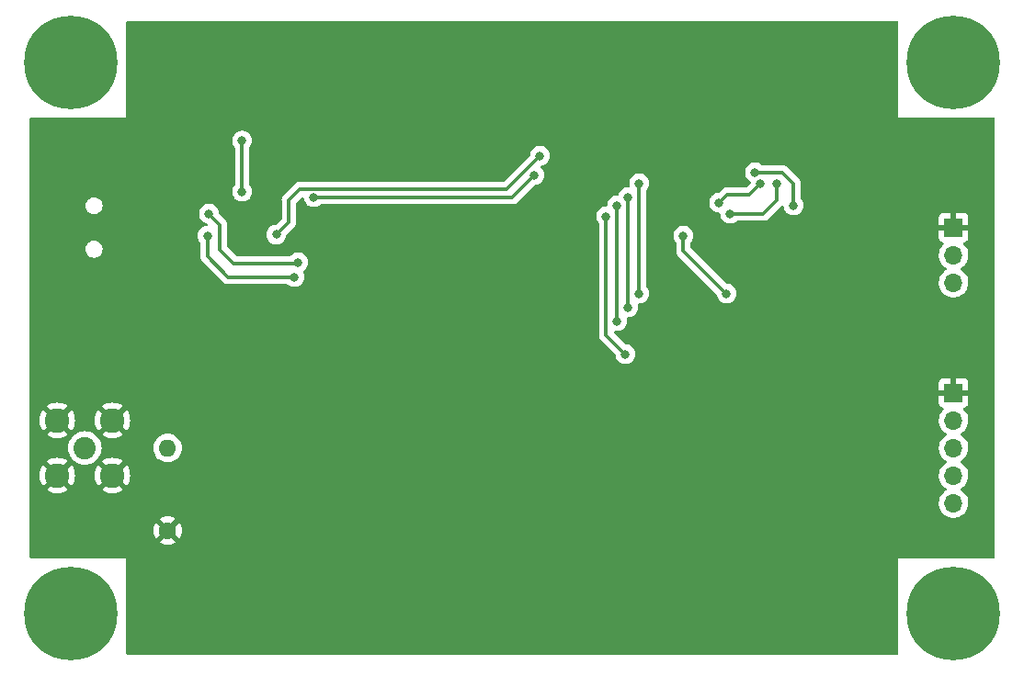
<source format=gbl>
G04 #@! TF.GenerationSoftware,KiCad,Pcbnew,(6.0.9)*
G04 #@! TF.CreationDate,2022-12-14T01:21:17-05:00*
G04 #@! TF.ProjectId,usbcounter,75736263-6f75-46e7-9465-722e6b696361,rev?*
G04 #@! TF.SameCoordinates,Original*
G04 #@! TF.FileFunction,Copper,L2,Bot*
G04 #@! TF.FilePolarity,Positive*
%FSLAX46Y46*%
G04 Gerber Fmt 4.6, Leading zero omitted, Abs format (unit mm)*
G04 Created by KiCad (PCBNEW (6.0.9)) date 2022-12-14 01:21:17*
%MOMM*%
%LPD*%
G01*
G04 APERTURE LIST*
G04 #@! TA.AperFunction,ComponentPad*
%ADD10C,1.600000*%
G04 #@! TD*
G04 #@! TA.AperFunction,ComponentPad*
%ADD11O,1.600000X1.600000*%
G04 #@! TD*
G04 #@! TA.AperFunction,ComponentPad*
%ADD12R,1.700000X1.700000*%
G04 #@! TD*
G04 #@! TA.AperFunction,ComponentPad*
%ADD13O,1.700000X1.700000*%
G04 #@! TD*
G04 #@! TA.AperFunction,ComponentPad*
%ADD14C,8.600000*%
G04 #@! TD*
G04 #@! TA.AperFunction,ComponentPad*
%ADD15C,2.050000*%
G04 #@! TD*
G04 #@! TA.AperFunction,ComponentPad*
%ADD16C,2.250000*%
G04 #@! TD*
G04 #@! TA.AperFunction,ViaPad*
%ADD17C,0.800000*%
G04 #@! TD*
G04 #@! TA.AperFunction,Conductor*
%ADD18C,0.300000*%
G04 #@! TD*
G04 APERTURE END LIST*
D10*
X64770000Y-99060000D03*
D11*
X64770000Y-91440000D03*
D12*
X137160000Y-86360000D03*
D13*
X137160000Y-88900000D03*
X137160000Y-91440000D03*
X137160000Y-93980000D03*
X137160000Y-96520000D03*
D14*
X55880000Y-106680000D03*
D12*
X137160000Y-71120000D03*
D13*
X137160000Y-73660000D03*
X137160000Y-76200000D03*
D14*
X137160000Y-55880000D03*
X137160000Y-106680000D03*
D15*
X57150000Y-91440000D03*
D16*
X54610000Y-88900000D03*
X59690000Y-93980000D03*
X54610000Y-93980000D03*
X59690000Y-88900000D03*
D14*
X55880000Y-55880000D03*
D17*
X114554000Y-56388000D03*
X122428000Y-69088000D03*
X118872000Y-66040000D03*
X89408000Y-91186000D03*
X113792000Y-68326000D03*
X77724000Y-58166000D03*
X124206000Y-72136000D03*
X59436000Y-74422000D03*
X76200000Y-58674000D03*
X84328000Y-90932000D03*
X69596000Y-59944000D03*
X62484000Y-75184000D03*
X65024000Y-105156000D03*
X60198000Y-73914000D03*
X78994000Y-94742000D03*
X80010000Y-72644000D03*
X59436000Y-73406000D03*
X85852000Y-101092000D03*
X62484000Y-66548000D03*
X71691500Y-72453500D03*
X124307600Y-75336400D03*
X116840000Y-71882000D03*
X70866000Y-94742000D03*
X60198000Y-72898000D03*
X68072000Y-55880000D03*
X116840000Y-62484000D03*
X71628000Y-67818000D03*
X71628000Y-63108500D03*
X119380000Y-67056000D03*
X115570000Y-68834000D03*
X120904000Y-67056000D03*
X116586000Y-69850000D03*
X116249500Y-77216000D03*
X112268000Y-71882000D03*
X68580000Y-69850000D03*
X76794748Y-74334892D03*
X68453000Y-71882000D03*
X76454000Y-75692000D03*
X74781023Y-71776977D03*
X99060000Y-64516000D03*
X98552000Y-66294000D03*
X78232000Y-68326000D03*
X106934000Y-82804000D03*
X105156000Y-70104000D03*
X106172000Y-69088000D03*
X106172000Y-79756000D03*
X107188000Y-78486000D03*
X107188000Y-68326000D03*
X108204000Y-67056000D03*
X108204000Y-77216000D03*
D18*
X121412000Y-66040000D02*
X122428000Y-67056000D01*
X122428000Y-67056000D02*
X122428000Y-69088000D01*
X118872000Y-66040000D02*
X121412000Y-66040000D01*
X116332000Y-68072000D02*
X115570000Y-68834000D01*
X119380000Y-67056000D02*
X118364000Y-68072000D01*
X118364000Y-68072000D02*
X116332000Y-68072000D01*
X119634000Y-69850000D02*
X116586000Y-69850000D01*
X120904000Y-68580000D02*
X119634000Y-69850000D01*
X120904000Y-67056000D02*
X120904000Y-68580000D01*
X71628000Y-67818000D02*
X71628000Y-63108500D01*
X112268000Y-71882000D02*
X112268000Y-73279000D01*
X112268000Y-73279000D02*
X116205000Y-77216000D01*
X116205000Y-77216000D02*
X116249500Y-77216000D01*
X70866000Y-74422000D02*
X69596000Y-73152000D01*
X69596000Y-73152000D02*
X69596000Y-70866000D01*
X76794748Y-74334892D02*
X76707640Y-74422000D01*
X76707640Y-74422000D02*
X70866000Y-74422000D01*
X69596000Y-70866000D02*
X68580000Y-69850000D01*
X70358000Y-75692000D02*
X68453000Y-73787000D01*
X76454000Y-75692000D02*
X70358000Y-75692000D01*
X68453000Y-73787000D02*
X68453000Y-71882000D01*
X76962000Y-67564000D02*
X75946000Y-68580000D01*
X75946000Y-70612000D02*
X74781023Y-71776977D01*
X99060000Y-64516000D02*
X96012000Y-67564000D01*
X96012000Y-67564000D02*
X76962000Y-67564000D01*
X75946000Y-68580000D02*
X75946000Y-70612000D01*
X98552000Y-66294000D02*
X96520000Y-68326000D01*
X96520000Y-68326000D02*
X78232000Y-68326000D01*
X105156000Y-81026000D02*
X105156000Y-70104000D01*
X106934000Y-82804000D02*
X105156000Y-81026000D01*
X106172000Y-79756000D02*
X106172000Y-69088000D01*
X107188000Y-78486000D02*
X107188000Y-68326000D01*
X108204000Y-77216000D02*
X108204000Y-67056000D01*
G04 #@! TA.AperFunction,Conductor*
G36*
X132022121Y-52090002D02*
G01*
X132068614Y-52143658D01*
X132080000Y-52196000D01*
X132080000Y-60960000D01*
X140844000Y-60960000D01*
X140912121Y-60980002D01*
X140958614Y-61033658D01*
X140970000Y-61086000D01*
X140970000Y-101474000D01*
X140949998Y-101542121D01*
X140896342Y-101588614D01*
X140844000Y-101600000D01*
X132080000Y-101600000D01*
X132080000Y-110364000D01*
X132059998Y-110432121D01*
X132006342Y-110478614D01*
X131954000Y-110490000D01*
X61086000Y-110490000D01*
X61017879Y-110469998D01*
X60971386Y-110416342D01*
X60960000Y-110364000D01*
X60960000Y-101600000D01*
X52196000Y-101600000D01*
X52127879Y-101579998D01*
X52081386Y-101526342D01*
X52070000Y-101474000D01*
X52070000Y-100146062D01*
X64048493Y-100146062D01*
X64057789Y-100158077D01*
X64108994Y-100193931D01*
X64118489Y-100199414D01*
X64315947Y-100291490D01*
X64326239Y-100295236D01*
X64536688Y-100351625D01*
X64547481Y-100353528D01*
X64764525Y-100372517D01*
X64775475Y-100372517D01*
X64992519Y-100353528D01*
X65003312Y-100351625D01*
X65213761Y-100295236D01*
X65224053Y-100291490D01*
X65421511Y-100199414D01*
X65431006Y-100193931D01*
X65483048Y-100157491D01*
X65491424Y-100147012D01*
X65484356Y-100133566D01*
X64782812Y-99432022D01*
X64768868Y-99424408D01*
X64767035Y-99424539D01*
X64760420Y-99428790D01*
X64054923Y-100134287D01*
X64048493Y-100146062D01*
X52070000Y-100146062D01*
X52070000Y-99065475D01*
X63457483Y-99065475D01*
X63476472Y-99282519D01*
X63478375Y-99293312D01*
X63534764Y-99503761D01*
X63538510Y-99514053D01*
X63630586Y-99711511D01*
X63636069Y-99721006D01*
X63672509Y-99773048D01*
X63682988Y-99781424D01*
X63696434Y-99774356D01*
X64397978Y-99072812D01*
X64404356Y-99061132D01*
X65134408Y-99061132D01*
X65134539Y-99062965D01*
X65138790Y-99069580D01*
X65844287Y-99775077D01*
X65856062Y-99781507D01*
X65868077Y-99772211D01*
X65903931Y-99721006D01*
X65909414Y-99711511D01*
X66001490Y-99514053D01*
X66005236Y-99503761D01*
X66061625Y-99293312D01*
X66063528Y-99282519D01*
X66082517Y-99065475D01*
X66082517Y-99054525D01*
X66063528Y-98837481D01*
X66061625Y-98826688D01*
X66005236Y-98616239D01*
X66001490Y-98605947D01*
X65909414Y-98408489D01*
X65903931Y-98398994D01*
X65867491Y-98346952D01*
X65857012Y-98338576D01*
X65843566Y-98345644D01*
X65142022Y-99047188D01*
X65134408Y-99061132D01*
X64404356Y-99061132D01*
X64405592Y-99058868D01*
X64405461Y-99057035D01*
X64401210Y-99050420D01*
X63695713Y-98344923D01*
X63683938Y-98338493D01*
X63671923Y-98347789D01*
X63636069Y-98398994D01*
X63630586Y-98408489D01*
X63538510Y-98605947D01*
X63534764Y-98616239D01*
X63478375Y-98826688D01*
X63476472Y-98837481D01*
X63457483Y-99054525D01*
X63457483Y-99065475D01*
X52070000Y-99065475D01*
X52070000Y-97972988D01*
X64048576Y-97972988D01*
X64055644Y-97986434D01*
X64757188Y-98687978D01*
X64771132Y-98695592D01*
X64772965Y-98695461D01*
X64779580Y-98691210D01*
X65485077Y-97985713D01*
X65491507Y-97973938D01*
X65482211Y-97961923D01*
X65431006Y-97926069D01*
X65421511Y-97920586D01*
X65224053Y-97828510D01*
X65213761Y-97824764D01*
X65003312Y-97768375D01*
X64992519Y-97766472D01*
X64775475Y-97747483D01*
X64764525Y-97747483D01*
X64547481Y-97766472D01*
X64536688Y-97768375D01*
X64326239Y-97824764D01*
X64315947Y-97828510D01*
X64118489Y-97920586D01*
X64108994Y-97926069D01*
X64056952Y-97962509D01*
X64048576Y-97972988D01*
X52070000Y-97972988D01*
X52070000Y-96486695D01*
X135797251Y-96486695D01*
X135797548Y-96491848D01*
X135797548Y-96491851D01*
X135803011Y-96586590D01*
X135810110Y-96709715D01*
X135811247Y-96714761D01*
X135811248Y-96714767D01*
X135831119Y-96802939D01*
X135859222Y-96927639D01*
X135943266Y-97134616D01*
X136059987Y-97325088D01*
X136206250Y-97493938D01*
X136378126Y-97636632D01*
X136571000Y-97749338D01*
X136779692Y-97829030D01*
X136784760Y-97830061D01*
X136784763Y-97830062D01*
X136892017Y-97851883D01*
X136998597Y-97873567D01*
X137003772Y-97873757D01*
X137003774Y-97873757D01*
X137216673Y-97881564D01*
X137216677Y-97881564D01*
X137221837Y-97881753D01*
X137226957Y-97881097D01*
X137226959Y-97881097D01*
X137438288Y-97854025D01*
X137438289Y-97854025D01*
X137443416Y-97853368D01*
X137448366Y-97851883D01*
X137652429Y-97790661D01*
X137652434Y-97790659D01*
X137657384Y-97789174D01*
X137857994Y-97690896D01*
X138039860Y-97561173D01*
X138198096Y-97403489D01*
X138257594Y-97320689D01*
X138325435Y-97226277D01*
X138328453Y-97222077D01*
X138427430Y-97021811D01*
X138492370Y-96808069D01*
X138521529Y-96586590D01*
X138523156Y-96520000D01*
X138504852Y-96297361D01*
X138450431Y-96080702D01*
X138361354Y-95875840D01*
X138240014Y-95688277D01*
X138089670Y-95523051D01*
X138085619Y-95519852D01*
X138085615Y-95519848D01*
X137918414Y-95387800D01*
X137918410Y-95387798D01*
X137914359Y-95384598D01*
X137873053Y-95361796D01*
X137823084Y-95311364D01*
X137808312Y-95241921D01*
X137833428Y-95175516D01*
X137860780Y-95148909D01*
X137904603Y-95117650D01*
X138039860Y-95021173D01*
X138198096Y-94863489D01*
X138257594Y-94780689D01*
X138325435Y-94686277D01*
X138328453Y-94682077D01*
X138427430Y-94481811D01*
X138492370Y-94268069D01*
X138521529Y-94046590D01*
X138523156Y-93980000D01*
X138504852Y-93757361D01*
X138450431Y-93540702D01*
X138361354Y-93335840D01*
X138240014Y-93148277D01*
X138089670Y-92983051D01*
X138085619Y-92979852D01*
X138085615Y-92979848D01*
X137918414Y-92847800D01*
X137918410Y-92847798D01*
X137914359Y-92844598D01*
X137873053Y-92821796D01*
X137823084Y-92771364D01*
X137808312Y-92701921D01*
X137833428Y-92635516D01*
X137860780Y-92608909D01*
X137909207Y-92574366D01*
X138039860Y-92481173D01*
X138071788Y-92449357D01*
X138173584Y-92347915D01*
X138198096Y-92323489D01*
X138229498Y-92279789D01*
X138325435Y-92146277D01*
X138328453Y-92142077D01*
X138348628Y-92101257D01*
X138425136Y-91946453D01*
X138425137Y-91946451D01*
X138427430Y-91941811D01*
X138492370Y-91728069D01*
X138521529Y-91506590D01*
X138523156Y-91440000D01*
X138504852Y-91217361D01*
X138450431Y-91000702D01*
X138361354Y-90795840D01*
X138240014Y-90608277D01*
X138089670Y-90443051D01*
X138085619Y-90439852D01*
X138085615Y-90439848D01*
X137918414Y-90307800D01*
X137918410Y-90307798D01*
X137914359Y-90304598D01*
X137873053Y-90281796D01*
X137823084Y-90231364D01*
X137808312Y-90161921D01*
X137833428Y-90095516D01*
X137860780Y-90068909D01*
X137904603Y-90037650D01*
X138039860Y-89941173D01*
X138198096Y-89783489D01*
X138257594Y-89700689D01*
X138325435Y-89606277D01*
X138328453Y-89602077D01*
X138427430Y-89401811D01*
X138492370Y-89188069D01*
X138521529Y-88966590D01*
X138523156Y-88900000D01*
X138504852Y-88677361D01*
X138450431Y-88460702D01*
X138361354Y-88255840D01*
X138240014Y-88068277D01*
X138236540Y-88064459D01*
X138236533Y-88064450D01*
X138092435Y-87906088D01*
X138061383Y-87842242D01*
X138069779Y-87771744D01*
X138114956Y-87716976D01*
X138141400Y-87703307D01*
X138248052Y-87663325D01*
X138263649Y-87654786D01*
X138365724Y-87578285D01*
X138378285Y-87565724D01*
X138454786Y-87463649D01*
X138463324Y-87448054D01*
X138508478Y-87327606D01*
X138512105Y-87312351D01*
X138517631Y-87261486D01*
X138518000Y-87254672D01*
X138518000Y-86632115D01*
X138513525Y-86616876D01*
X138512135Y-86615671D01*
X138504452Y-86614000D01*
X135820116Y-86614000D01*
X135804877Y-86618475D01*
X135803672Y-86619865D01*
X135802001Y-86627548D01*
X135802001Y-87254669D01*
X135802371Y-87261490D01*
X135807895Y-87312352D01*
X135811521Y-87327604D01*
X135856676Y-87448054D01*
X135865214Y-87463649D01*
X135941715Y-87565724D01*
X135954276Y-87578285D01*
X136056351Y-87654786D01*
X136071946Y-87663324D01*
X136180827Y-87704142D01*
X136237591Y-87746784D01*
X136262291Y-87813345D01*
X136247083Y-87882694D01*
X136227691Y-87909175D01*
X136104200Y-88038401D01*
X136100629Y-88042138D01*
X135974743Y-88226680D01*
X135959003Y-88260590D01*
X135899285Y-88389242D01*
X135880688Y-88429305D01*
X135820989Y-88644570D01*
X135797251Y-88866695D01*
X135797548Y-88871848D01*
X135797548Y-88871851D01*
X135803011Y-88966590D01*
X135810110Y-89089715D01*
X135811247Y-89094761D01*
X135811248Y-89094767D01*
X135831119Y-89182939D01*
X135859222Y-89307639D01*
X135943266Y-89514616D01*
X136059987Y-89705088D01*
X136206250Y-89873938D01*
X136378126Y-90016632D01*
X136448595Y-90057811D01*
X136451445Y-90059476D01*
X136500169Y-90111114D01*
X136513240Y-90180897D01*
X136486509Y-90246669D01*
X136446055Y-90280027D01*
X136433607Y-90286507D01*
X136429474Y-90289610D01*
X136429471Y-90289612D01*
X136339816Y-90356927D01*
X136254965Y-90420635D01*
X136100629Y-90582138D01*
X136097715Y-90586410D01*
X136097714Y-90586411D01*
X136088300Y-90600211D01*
X135974743Y-90766680D01*
X135880688Y-90969305D01*
X135820989Y-91184570D01*
X135797251Y-91406695D01*
X135797548Y-91411848D01*
X135797548Y-91411851D01*
X135803011Y-91506590D01*
X135810110Y-91629715D01*
X135811247Y-91634761D01*
X135811248Y-91634767D01*
X135819955Y-91673402D01*
X135859222Y-91847639D01*
X135943266Y-92054616D01*
X136059987Y-92245088D01*
X136206250Y-92413938D01*
X136378126Y-92556632D01*
X136448595Y-92597811D01*
X136451445Y-92599476D01*
X136500169Y-92651114D01*
X136513240Y-92720897D01*
X136486509Y-92786669D01*
X136446055Y-92820027D01*
X136433607Y-92826507D01*
X136429474Y-92829610D01*
X136429471Y-92829612D01*
X136330249Y-92904110D01*
X136254965Y-92960635D01*
X136100629Y-93122138D01*
X135974743Y-93306680D01*
X135959003Y-93340590D01*
X135899285Y-93469242D01*
X135880688Y-93509305D01*
X135820989Y-93724570D01*
X135797251Y-93946695D01*
X135797548Y-93951848D01*
X135797548Y-93951851D01*
X135803011Y-94046590D01*
X135810110Y-94169715D01*
X135811247Y-94174761D01*
X135811248Y-94174767D01*
X135831119Y-94262939D01*
X135859222Y-94387639D01*
X135943266Y-94594616D01*
X136059987Y-94785088D01*
X136206250Y-94953938D01*
X136378126Y-95096632D01*
X136448595Y-95137811D01*
X136451445Y-95139476D01*
X136500169Y-95191114D01*
X136513240Y-95260897D01*
X136486509Y-95326669D01*
X136446055Y-95360027D01*
X136433607Y-95366507D01*
X136429474Y-95369610D01*
X136429471Y-95369612D01*
X136405247Y-95387800D01*
X136254965Y-95500635D01*
X136100629Y-95662138D01*
X135974743Y-95846680D01*
X135880688Y-96049305D01*
X135820989Y-96264570D01*
X135797251Y-96486695D01*
X52070000Y-96486695D01*
X52070000Y-95304471D01*
X53650884Y-95304471D01*
X53654570Y-95309740D01*
X53862121Y-95436927D01*
X53870915Y-95441408D01*
X54099242Y-95535984D01*
X54108627Y-95539033D01*
X54348940Y-95596728D01*
X54358687Y-95598271D01*
X54605070Y-95617662D01*
X54614930Y-95617662D01*
X54861313Y-95598271D01*
X54871060Y-95596728D01*
X55111373Y-95539033D01*
X55120758Y-95535984D01*
X55349085Y-95441408D01*
X55357879Y-95436927D01*
X55563928Y-95310660D01*
X55567968Y-95304471D01*
X58730884Y-95304471D01*
X58734570Y-95309740D01*
X58942121Y-95436927D01*
X58950915Y-95441408D01*
X59179242Y-95535984D01*
X59188627Y-95539033D01*
X59428940Y-95596728D01*
X59438687Y-95598271D01*
X59685070Y-95617662D01*
X59694930Y-95617662D01*
X59941313Y-95598271D01*
X59951060Y-95596728D01*
X60191373Y-95539033D01*
X60200758Y-95535984D01*
X60429085Y-95441408D01*
X60437879Y-95436927D01*
X60643928Y-95310660D01*
X60649190Y-95302599D01*
X60643183Y-95292393D01*
X59702812Y-94352022D01*
X59688868Y-94344408D01*
X59687035Y-94344539D01*
X59680420Y-94348790D01*
X58738276Y-95290934D01*
X58730884Y-95304471D01*
X55567968Y-95304471D01*
X55569190Y-95302599D01*
X55563183Y-95292393D01*
X54622812Y-94352022D01*
X54608868Y-94344408D01*
X54607035Y-94344539D01*
X54600420Y-94348790D01*
X53658276Y-95290934D01*
X53650884Y-95304471D01*
X52070000Y-95304471D01*
X52070000Y-93984930D01*
X52972338Y-93984930D01*
X52991729Y-94231313D01*
X52993272Y-94241060D01*
X53050967Y-94481373D01*
X53054016Y-94490758D01*
X53148592Y-94719085D01*
X53153073Y-94727879D01*
X53279340Y-94933928D01*
X53287401Y-94939190D01*
X53297607Y-94933183D01*
X54237978Y-93992812D01*
X54244356Y-93981132D01*
X54974408Y-93981132D01*
X54974539Y-93982965D01*
X54978790Y-93989580D01*
X55920934Y-94931724D01*
X55934471Y-94939116D01*
X55939740Y-94935430D01*
X56066927Y-94727879D01*
X56071408Y-94719085D01*
X56165984Y-94490758D01*
X56169033Y-94481373D01*
X56226728Y-94241060D01*
X56228271Y-94231313D01*
X56247662Y-93984930D01*
X58052338Y-93984930D01*
X58071729Y-94231313D01*
X58073272Y-94241060D01*
X58130967Y-94481373D01*
X58134016Y-94490758D01*
X58228592Y-94719085D01*
X58233073Y-94727879D01*
X58359340Y-94933928D01*
X58367401Y-94939190D01*
X58377607Y-94933183D01*
X59317978Y-93992812D01*
X59324356Y-93981132D01*
X60054408Y-93981132D01*
X60054539Y-93982965D01*
X60058790Y-93989580D01*
X61000934Y-94931724D01*
X61014471Y-94939116D01*
X61019740Y-94935430D01*
X61146927Y-94727879D01*
X61151408Y-94719085D01*
X61245984Y-94490758D01*
X61249033Y-94481373D01*
X61306728Y-94241060D01*
X61308271Y-94231313D01*
X61327662Y-93984930D01*
X61327662Y-93975070D01*
X61308271Y-93728687D01*
X61306728Y-93718940D01*
X61249033Y-93478627D01*
X61245984Y-93469242D01*
X61151408Y-93240915D01*
X61146927Y-93232121D01*
X61020660Y-93026072D01*
X61012599Y-93020810D01*
X61002393Y-93026817D01*
X60062022Y-93967188D01*
X60054408Y-93981132D01*
X59324356Y-93981132D01*
X59325592Y-93978868D01*
X59325461Y-93977035D01*
X59321210Y-93970420D01*
X58379066Y-93028276D01*
X58365529Y-93020884D01*
X58360260Y-93024570D01*
X58233073Y-93232121D01*
X58228592Y-93240915D01*
X58134016Y-93469242D01*
X58130967Y-93478627D01*
X58073272Y-93718940D01*
X58071729Y-93728687D01*
X58052338Y-93975070D01*
X58052338Y-93984930D01*
X56247662Y-93984930D01*
X56247662Y-93975070D01*
X56228271Y-93728687D01*
X56226728Y-93718940D01*
X56169033Y-93478627D01*
X56165984Y-93469242D01*
X56071408Y-93240915D01*
X56066927Y-93232121D01*
X55940660Y-93026072D01*
X55932599Y-93020810D01*
X55922393Y-93026817D01*
X54982022Y-93967188D01*
X54974408Y-93981132D01*
X54244356Y-93981132D01*
X54245592Y-93978868D01*
X54245461Y-93977035D01*
X54241210Y-93970420D01*
X53299066Y-93028276D01*
X53285529Y-93020884D01*
X53280260Y-93024570D01*
X53153073Y-93232121D01*
X53148592Y-93240915D01*
X53054016Y-93469242D01*
X53050967Y-93478627D01*
X52993272Y-93718940D01*
X52991729Y-93728687D01*
X52972338Y-93975070D01*
X52972338Y-93984930D01*
X52070000Y-93984930D01*
X52070000Y-92657401D01*
X53650810Y-92657401D01*
X53656817Y-92667607D01*
X54597188Y-93607978D01*
X54611132Y-93615592D01*
X54612965Y-93615461D01*
X54619580Y-93611210D01*
X55561724Y-92669066D01*
X55569116Y-92655529D01*
X55565430Y-92650260D01*
X55357879Y-92523073D01*
X55349085Y-92518592D01*
X55120758Y-92424016D01*
X55111373Y-92420967D01*
X54871060Y-92363272D01*
X54861313Y-92361729D01*
X54614930Y-92342338D01*
X54605070Y-92342338D01*
X54358687Y-92361729D01*
X54348940Y-92363272D01*
X54108627Y-92420967D01*
X54099242Y-92424016D01*
X53870915Y-92518592D01*
X53862121Y-92523073D01*
X53656072Y-92649340D01*
X53650810Y-92657401D01*
X52070000Y-92657401D01*
X52070000Y-91440000D01*
X55611758Y-91440000D01*
X55630696Y-91680634D01*
X55631850Y-91685441D01*
X55631851Y-91685447D01*
X55667267Y-91832961D01*
X55687045Y-91915343D01*
X55688938Y-91919914D01*
X55688939Y-91919916D01*
X55762186Y-92096749D01*
X55779416Y-92138347D01*
X55782002Y-92142567D01*
X55788963Y-92153926D01*
X55905536Y-92344156D01*
X56062299Y-92527701D01*
X56245844Y-92684464D01*
X56451653Y-92810584D01*
X56456223Y-92812477D01*
X56456227Y-92812479D01*
X56670084Y-92901061D01*
X56674657Y-92902955D01*
X56757039Y-92922733D01*
X56904553Y-92958149D01*
X56904559Y-92958150D01*
X56909366Y-92959304D01*
X57150000Y-92978242D01*
X57390634Y-92959304D01*
X57395441Y-92958150D01*
X57395447Y-92958149D01*
X57542961Y-92922733D01*
X57625343Y-92902955D01*
X57629916Y-92901061D01*
X57843773Y-92812479D01*
X57843777Y-92812477D01*
X57848347Y-92810584D01*
X58054156Y-92684464D01*
X58085843Y-92657401D01*
X58730810Y-92657401D01*
X58736817Y-92667607D01*
X59677188Y-93607978D01*
X59691132Y-93615592D01*
X59692965Y-93615461D01*
X59699580Y-93611210D01*
X60641724Y-92669066D01*
X60649116Y-92655529D01*
X60645430Y-92650260D01*
X60437879Y-92523073D01*
X60429085Y-92518592D01*
X60200758Y-92424016D01*
X60191373Y-92420967D01*
X59951060Y-92363272D01*
X59941313Y-92361729D01*
X59694930Y-92342338D01*
X59685070Y-92342338D01*
X59438687Y-92361729D01*
X59428940Y-92363272D01*
X59188627Y-92420967D01*
X59179242Y-92424016D01*
X58950915Y-92518592D01*
X58942121Y-92523073D01*
X58736072Y-92649340D01*
X58730810Y-92657401D01*
X58085843Y-92657401D01*
X58237701Y-92527701D01*
X58394464Y-92344156D01*
X58511037Y-92153926D01*
X58517998Y-92142567D01*
X58520584Y-92138347D01*
X58537815Y-92096749D01*
X58611061Y-91919916D01*
X58611062Y-91919914D01*
X58612955Y-91915343D01*
X58632733Y-91832961D01*
X58668149Y-91685447D01*
X58668150Y-91685441D01*
X58669304Y-91680634D01*
X58688242Y-91440000D01*
X63456502Y-91440000D01*
X63476457Y-91668087D01*
X63477881Y-91673400D01*
X63477881Y-91673402D01*
X63525851Y-91852425D01*
X63535716Y-91889243D01*
X63538039Y-91894224D01*
X63538039Y-91894225D01*
X63630151Y-92091762D01*
X63630154Y-92091767D01*
X63632477Y-92096749D01*
X63664216Y-92142077D01*
X63739078Y-92248990D01*
X63763802Y-92284300D01*
X63925700Y-92446198D01*
X63930208Y-92449355D01*
X63930211Y-92449357D01*
X63970445Y-92477529D01*
X64113251Y-92577523D01*
X64118233Y-92579846D01*
X64118238Y-92579849D01*
X64284551Y-92657401D01*
X64320757Y-92674284D01*
X64326065Y-92675706D01*
X64326067Y-92675707D01*
X64536598Y-92732119D01*
X64536600Y-92732119D01*
X64541913Y-92733543D01*
X64770000Y-92753498D01*
X64998087Y-92733543D01*
X65003400Y-92732119D01*
X65003402Y-92732119D01*
X65213933Y-92675707D01*
X65213935Y-92675706D01*
X65219243Y-92674284D01*
X65255449Y-92657401D01*
X65421762Y-92579849D01*
X65421767Y-92579846D01*
X65426749Y-92577523D01*
X65569555Y-92477529D01*
X65609789Y-92449357D01*
X65609792Y-92449355D01*
X65614300Y-92446198D01*
X65776198Y-92284300D01*
X65800923Y-92248990D01*
X65875784Y-92142077D01*
X65907523Y-92096749D01*
X65909846Y-92091767D01*
X65909849Y-92091762D01*
X66001961Y-91894225D01*
X66001961Y-91894224D01*
X66004284Y-91889243D01*
X66014150Y-91852425D01*
X66062119Y-91673402D01*
X66062119Y-91673400D01*
X66063543Y-91668087D01*
X66083498Y-91440000D01*
X66063543Y-91211913D01*
X66060181Y-91199366D01*
X66005707Y-90996067D01*
X66005706Y-90996065D01*
X66004284Y-90990757D01*
X65994281Y-90969305D01*
X65909849Y-90788238D01*
X65909846Y-90788233D01*
X65907523Y-90783251D01*
X65834098Y-90678389D01*
X65779357Y-90600211D01*
X65779355Y-90600208D01*
X65776198Y-90595700D01*
X65614300Y-90433802D01*
X65609792Y-90430645D01*
X65609789Y-90430643D01*
X65497902Y-90352299D01*
X65426749Y-90302477D01*
X65421767Y-90300154D01*
X65421762Y-90300151D01*
X65224225Y-90208039D01*
X65224224Y-90208039D01*
X65219243Y-90205716D01*
X65213935Y-90204294D01*
X65213933Y-90204293D01*
X65003402Y-90147881D01*
X65003400Y-90147881D01*
X64998087Y-90146457D01*
X64770000Y-90126502D01*
X64541913Y-90146457D01*
X64536600Y-90147881D01*
X64536598Y-90147881D01*
X64326067Y-90204293D01*
X64326065Y-90204294D01*
X64320757Y-90205716D01*
X64315776Y-90208039D01*
X64315775Y-90208039D01*
X64118238Y-90300151D01*
X64118233Y-90300154D01*
X64113251Y-90302477D01*
X64042098Y-90352299D01*
X63930211Y-90430643D01*
X63930208Y-90430645D01*
X63925700Y-90433802D01*
X63763802Y-90595700D01*
X63760645Y-90600208D01*
X63760643Y-90600211D01*
X63705902Y-90678389D01*
X63632477Y-90783251D01*
X63630154Y-90788233D01*
X63630151Y-90788238D01*
X63545719Y-90969305D01*
X63535716Y-90990757D01*
X63534294Y-90996065D01*
X63534293Y-90996067D01*
X63479819Y-91199366D01*
X63476457Y-91211913D01*
X63456502Y-91440000D01*
X58688242Y-91440000D01*
X58669304Y-91199366D01*
X58668150Y-91194559D01*
X58668149Y-91194553D01*
X58614110Y-90969469D01*
X58612955Y-90964657D01*
X58611061Y-90960084D01*
X58522479Y-90746227D01*
X58522477Y-90746223D01*
X58520584Y-90741653D01*
X58394464Y-90535844D01*
X58237701Y-90352299D01*
X58088034Y-90224471D01*
X58730884Y-90224471D01*
X58734570Y-90229740D01*
X58942121Y-90356927D01*
X58950915Y-90361408D01*
X59179242Y-90455984D01*
X59188627Y-90459033D01*
X59428940Y-90516728D01*
X59438687Y-90518271D01*
X59685070Y-90537662D01*
X59694930Y-90537662D01*
X59941313Y-90518271D01*
X59951060Y-90516728D01*
X60191373Y-90459033D01*
X60200758Y-90455984D01*
X60429085Y-90361408D01*
X60437879Y-90356927D01*
X60643928Y-90230660D01*
X60649190Y-90222599D01*
X60643183Y-90212393D01*
X59702812Y-89272022D01*
X59688868Y-89264408D01*
X59687035Y-89264539D01*
X59680420Y-89268790D01*
X58738276Y-90210934D01*
X58730884Y-90224471D01*
X58088034Y-90224471D01*
X58054156Y-90195536D01*
X57848347Y-90069416D01*
X57843777Y-90067523D01*
X57843773Y-90067521D01*
X57629916Y-89978939D01*
X57629914Y-89978938D01*
X57625343Y-89977045D01*
X57542961Y-89957267D01*
X57395447Y-89921851D01*
X57395441Y-89921850D01*
X57390634Y-89920696D01*
X57150000Y-89901758D01*
X56909366Y-89920696D01*
X56904559Y-89921850D01*
X56904553Y-89921851D01*
X56757039Y-89957267D01*
X56674657Y-89977045D01*
X56670086Y-89978938D01*
X56670084Y-89978939D01*
X56456227Y-90067521D01*
X56456223Y-90067523D01*
X56451653Y-90069416D01*
X56245844Y-90195536D01*
X56062299Y-90352299D01*
X55905536Y-90535844D01*
X55779416Y-90741653D01*
X55777523Y-90746223D01*
X55777521Y-90746227D01*
X55688939Y-90960084D01*
X55687045Y-90964657D01*
X55685890Y-90969469D01*
X55631851Y-91194553D01*
X55631850Y-91194559D01*
X55630696Y-91199366D01*
X55611758Y-91440000D01*
X52070000Y-91440000D01*
X52070000Y-90224471D01*
X53650884Y-90224471D01*
X53654570Y-90229740D01*
X53862121Y-90356927D01*
X53870915Y-90361408D01*
X54099242Y-90455984D01*
X54108627Y-90459033D01*
X54348940Y-90516728D01*
X54358687Y-90518271D01*
X54605070Y-90537662D01*
X54614930Y-90537662D01*
X54861313Y-90518271D01*
X54871060Y-90516728D01*
X55111373Y-90459033D01*
X55120758Y-90455984D01*
X55349085Y-90361408D01*
X55357879Y-90356927D01*
X55563928Y-90230660D01*
X55569190Y-90222599D01*
X55563183Y-90212393D01*
X54622812Y-89272022D01*
X54608868Y-89264408D01*
X54607035Y-89264539D01*
X54600420Y-89268790D01*
X53658276Y-90210934D01*
X53650884Y-90224471D01*
X52070000Y-90224471D01*
X52070000Y-88904930D01*
X52972338Y-88904930D01*
X52991729Y-89151313D01*
X52993272Y-89161060D01*
X53050967Y-89401373D01*
X53054016Y-89410758D01*
X53148592Y-89639085D01*
X53153073Y-89647879D01*
X53279340Y-89853928D01*
X53287401Y-89859190D01*
X53297607Y-89853183D01*
X54237978Y-88912812D01*
X54244356Y-88901132D01*
X54974408Y-88901132D01*
X54974539Y-88902965D01*
X54978790Y-88909580D01*
X55920934Y-89851724D01*
X55934471Y-89859116D01*
X55939740Y-89855430D01*
X56066927Y-89647879D01*
X56071408Y-89639085D01*
X56165984Y-89410758D01*
X56169033Y-89401373D01*
X56226728Y-89161060D01*
X56228271Y-89151313D01*
X56247662Y-88904930D01*
X58052338Y-88904930D01*
X58071729Y-89151313D01*
X58073272Y-89161060D01*
X58130967Y-89401373D01*
X58134016Y-89410758D01*
X58228592Y-89639085D01*
X58233073Y-89647879D01*
X58359340Y-89853928D01*
X58367401Y-89859190D01*
X58377607Y-89853183D01*
X59317978Y-88912812D01*
X59324356Y-88901132D01*
X60054408Y-88901132D01*
X60054539Y-88902965D01*
X60058790Y-88909580D01*
X61000934Y-89851724D01*
X61014471Y-89859116D01*
X61019740Y-89855430D01*
X61146927Y-89647879D01*
X61151408Y-89639085D01*
X61245984Y-89410758D01*
X61249033Y-89401373D01*
X61306728Y-89161060D01*
X61308271Y-89151313D01*
X61327662Y-88904930D01*
X61327662Y-88895070D01*
X61308271Y-88648687D01*
X61306728Y-88638940D01*
X61249033Y-88398627D01*
X61245984Y-88389242D01*
X61151408Y-88160915D01*
X61146927Y-88152121D01*
X61020660Y-87946072D01*
X61012599Y-87940810D01*
X61002393Y-87946817D01*
X60062022Y-88887188D01*
X60054408Y-88901132D01*
X59324356Y-88901132D01*
X59325592Y-88898868D01*
X59325461Y-88897035D01*
X59321210Y-88890420D01*
X58379066Y-87948276D01*
X58365529Y-87940884D01*
X58360260Y-87944570D01*
X58233073Y-88152121D01*
X58228592Y-88160915D01*
X58134016Y-88389242D01*
X58130967Y-88398627D01*
X58073272Y-88638940D01*
X58071729Y-88648687D01*
X58052338Y-88895070D01*
X58052338Y-88904930D01*
X56247662Y-88904930D01*
X56247662Y-88895070D01*
X56228271Y-88648687D01*
X56226728Y-88638940D01*
X56169033Y-88398627D01*
X56165984Y-88389242D01*
X56071408Y-88160915D01*
X56066927Y-88152121D01*
X55940660Y-87946072D01*
X55932599Y-87940810D01*
X55922393Y-87946817D01*
X54982022Y-88887188D01*
X54974408Y-88901132D01*
X54244356Y-88901132D01*
X54245592Y-88898868D01*
X54245461Y-88897035D01*
X54241210Y-88890420D01*
X53299066Y-87948276D01*
X53285529Y-87940884D01*
X53280260Y-87944570D01*
X53153073Y-88152121D01*
X53148592Y-88160915D01*
X53054016Y-88389242D01*
X53050967Y-88398627D01*
X52993272Y-88638940D01*
X52991729Y-88648687D01*
X52972338Y-88895070D01*
X52972338Y-88904930D01*
X52070000Y-88904930D01*
X52070000Y-87577401D01*
X53650810Y-87577401D01*
X53656817Y-87587607D01*
X54597188Y-88527978D01*
X54611132Y-88535592D01*
X54612965Y-88535461D01*
X54619580Y-88531210D01*
X55561724Y-87589066D01*
X55568094Y-87577401D01*
X58730810Y-87577401D01*
X58736817Y-87587607D01*
X59677188Y-88527978D01*
X59691132Y-88535592D01*
X59692965Y-88535461D01*
X59699580Y-88531210D01*
X60641724Y-87589066D01*
X60649116Y-87575529D01*
X60645430Y-87570260D01*
X60437879Y-87443073D01*
X60429085Y-87438592D01*
X60200758Y-87344016D01*
X60191373Y-87340967D01*
X59951060Y-87283272D01*
X59941313Y-87281729D01*
X59694930Y-87262338D01*
X59685070Y-87262338D01*
X59438687Y-87281729D01*
X59428940Y-87283272D01*
X59188627Y-87340967D01*
X59179242Y-87344016D01*
X58950915Y-87438592D01*
X58942121Y-87443073D01*
X58736072Y-87569340D01*
X58730810Y-87577401D01*
X55568094Y-87577401D01*
X55569116Y-87575529D01*
X55565430Y-87570260D01*
X55357879Y-87443073D01*
X55349085Y-87438592D01*
X55120758Y-87344016D01*
X55111373Y-87340967D01*
X54871060Y-87283272D01*
X54861313Y-87281729D01*
X54614930Y-87262338D01*
X54605070Y-87262338D01*
X54358687Y-87281729D01*
X54348940Y-87283272D01*
X54108627Y-87340967D01*
X54099242Y-87344016D01*
X53870915Y-87438592D01*
X53862121Y-87443073D01*
X53656072Y-87569340D01*
X53650810Y-87577401D01*
X52070000Y-87577401D01*
X52070000Y-86087885D01*
X135802000Y-86087885D01*
X135806475Y-86103124D01*
X135807865Y-86104329D01*
X135815548Y-86106000D01*
X136887885Y-86106000D01*
X136903124Y-86101525D01*
X136904329Y-86100135D01*
X136906000Y-86092452D01*
X136906000Y-86087885D01*
X137414000Y-86087885D01*
X137418475Y-86103124D01*
X137419865Y-86104329D01*
X137427548Y-86106000D01*
X138499884Y-86106000D01*
X138515123Y-86101525D01*
X138516328Y-86100135D01*
X138517999Y-86092452D01*
X138517999Y-85465331D01*
X138517629Y-85458510D01*
X138512105Y-85407648D01*
X138508479Y-85392396D01*
X138463324Y-85271946D01*
X138454786Y-85256351D01*
X138378285Y-85154276D01*
X138365724Y-85141715D01*
X138263649Y-85065214D01*
X138248054Y-85056676D01*
X138127606Y-85011522D01*
X138112351Y-85007895D01*
X138061486Y-85002369D01*
X138054672Y-85002000D01*
X137432115Y-85002000D01*
X137416876Y-85006475D01*
X137415671Y-85007865D01*
X137414000Y-85015548D01*
X137414000Y-86087885D01*
X136906000Y-86087885D01*
X136906000Y-85020116D01*
X136901525Y-85004877D01*
X136900135Y-85003672D01*
X136892452Y-85002001D01*
X136265331Y-85002001D01*
X136258510Y-85002371D01*
X136207648Y-85007895D01*
X136192396Y-85011521D01*
X136071946Y-85056676D01*
X136056351Y-85065214D01*
X135954276Y-85141715D01*
X135941715Y-85154276D01*
X135865214Y-85256351D01*
X135856676Y-85271946D01*
X135811522Y-85392394D01*
X135807895Y-85407649D01*
X135802369Y-85458514D01*
X135802000Y-85465328D01*
X135802000Y-86087885D01*
X52070000Y-86087885D01*
X52070000Y-73114496D01*
X57206561Y-73114496D01*
X57224935Y-73289310D01*
X57227204Y-73295976D01*
X57227205Y-73295979D01*
X57277618Y-73444064D01*
X57281582Y-73455709D01*
X57285272Y-73461707D01*
X57285273Y-73461709D01*
X57369994Y-73599421D01*
X57369997Y-73599424D01*
X57373687Y-73605423D01*
X57496671Y-73731011D01*
X57644424Y-73826231D01*
X57651047Y-73828642D01*
X57651050Y-73828643D01*
X57802977Y-73883940D01*
X57802982Y-73883941D01*
X57809600Y-73886350D01*
X57945354Y-73903500D01*
X58039201Y-73903500D01*
X58169682Y-73888864D01*
X58176902Y-73886350D01*
X58267595Y-73854767D01*
X58335681Y-73831057D01*
X58484749Y-73737909D01*
X58491696Y-73731011D01*
X58577254Y-73646048D01*
X58609475Y-73614051D01*
X58614951Y-73605423D01*
X58682961Y-73498255D01*
X58703661Y-73465637D01*
X58735969Y-73374906D01*
X58760264Y-73306679D01*
X58760265Y-73306677D01*
X58762626Y-73300045D01*
X58763903Y-73289342D01*
X58782605Y-73132497D01*
X58783439Y-73125504D01*
X58765065Y-72950690D01*
X58762795Y-72944021D01*
X58710687Y-72790955D01*
X58710686Y-72790952D01*
X58708418Y-72784291D01*
X58702310Y-72774363D01*
X58620006Y-72640579D01*
X58620003Y-72640576D01*
X58616313Y-72634577D01*
X58493329Y-72508989D01*
X58345576Y-72413769D01*
X58338953Y-72411358D01*
X58338950Y-72411357D01*
X58187023Y-72356060D01*
X58187018Y-72356059D01*
X58180400Y-72353650D01*
X58044646Y-72336500D01*
X57950799Y-72336500D01*
X57820318Y-72351136D01*
X57813665Y-72353453D01*
X57813664Y-72353453D01*
X57806178Y-72356060D01*
X57654319Y-72408943D01*
X57505251Y-72502091D01*
X57500253Y-72507054D01*
X57500252Y-72507055D01*
X57493232Y-72514026D01*
X57380525Y-72625949D01*
X57376751Y-72631895D01*
X57376750Y-72631897D01*
X57367075Y-72647143D01*
X57286339Y-72774363D01*
X57227374Y-72939955D01*
X57226541Y-72946943D01*
X57226540Y-72946946D01*
X57218325Y-73015840D01*
X57206561Y-73114496D01*
X52070000Y-73114496D01*
X52070000Y-71882000D01*
X67539496Y-71882000D01*
X67559458Y-72071928D01*
X67618473Y-72253556D01*
X67621776Y-72259278D01*
X67621777Y-72259279D01*
X67653325Y-72313921D01*
X67713960Y-72418944D01*
X67718378Y-72423851D01*
X67718379Y-72423852D01*
X67762136Y-72472449D01*
X67792854Y-72536456D01*
X67794500Y-72556759D01*
X67794500Y-73704944D01*
X67793941Y-73716800D01*
X67792212Y-73724537D01*
X67792632Y-73737909D01*
X67794438Y-73795369D01*
X67794500Y-73799327D01*
X67794500Y-73828432D01*
X67795056Y-73832832D01*
X67795988Y-73844664D01*
X67797438Y-73890831D01*
X67799650Y-73898444D01*
X67799650Y-73898445D01*
X67803419Y-73911416D01*
X67807430Y-73930782D01*
X67810118Y-73952064D01*
X67813034Y-73959429D01*
X67813035Y-73959433D01*
X67827126Y-73995021D01*
X67830965Y-74006231D01*
X67843855Y-74050600D01*
X67854775Y-74069065D01*
X67863466Y-74086805D01*
X67871365Y-74106756D01*
X67898516Y-74144126D01*
X67905033Y-74154048D01*
X67924507Y-74186977D01*
X67924510Y-74186981D01*
X67928547Y-74193807D01*
X67943711Y-74208971D01*
X67956551Y-74224004D01*
X67969159Y-74241357D01*
X68003576Y-74269829D01*
X68004752Y-74270802D01*
X68013532Y-74278792D01*
X69834345Y-76099605D01*
X69842335Y-76108385D01*
X69846584Y-76115080D01*
X69852362Y-76120506D01*
X69852363Y-76120507D01*
X69898257Y-76163604D01*
X69901099Y-76166359D01*
X69921667Y-76186927D01*
X69925170Y-76189644D01*
X69934195Y-76197352D01*
X69967867Y-76228972D01*
X69974818Y-76232793D01*
X69974819Y-76232794D01*
X69986658Y-76239303D01*
X70003182Y-76250157D01*
X70013271Y-76257982D01*
X70020132Y-76263304D01*
X70027404Y-76266451D01*
X70027406Y-76266452D01*
X70062535Y-76281654D01*
X70073196Y-76286876D01*
X70113663Y-76309124D01*
X70134441Y-76314459D01*
X70153131Y-76320858D01*
X70172824Y-76329380D01*
X70216596Y-76336313D01*
X70218448Y-76336606D01*
X70230071Y-76339013D01*
X70256639Y-76345834D01*
X70274812Y-76350500D01*
X70296259Y-76350500D01*
X70315969Y-76352051D01*
X70337152Y-76355406D01*
X70383141Y-76351059D01*
X70394996Y-76350500D01*
X75773776Y-76350500D01*
X75841897Y-76370502D01*
X75847834Y-76374562D01*
X75997248Y-76483118D01*
X76003276Y-76485802D01*
X76003278Y-76485803D01*
X76165681Y-76558109D01*
X76171712Y-76560794D01*
X76265113Y-76580647D01*
X76352056Y-76599128D01*
X76352061Y-76599128D01*
X76358513Y-76600500D01*
X76549487Y-76600500D01*
X76555939Y-76599128D01*
X76555944Y-76599128D01*
X76642887Y-76580647D01*
X76736288Y-76560794D01*
X76742319Y-76558109D01*
X76904722Y-76485803D01*
X76904724Y-76485802D01*
X76910752Y-76483118D01*
X77065253Y-76370866D01*
X77093934Y-76339013D01*
X77188621Y-76233852D01*
X77188622Y-76233851D01*
X77193040Y-76228944D01*
X77288527Y-76063556D01*
X77347542Y-75881928D01*
X77363059Y-75734297D01*
X77366814Y-75698565D01*
X77367504Y-75692000D01*
X77366814Y-75685435D01*
X77348232Y-75508635D01*
X77348232Y-75508633D01*
X77347542Y-75502072D01*
X77288527Y-75320444D01*
X77255227Y-75262767D01*
X77238489Y-75193772D01*
X77261709Y-75126680D01*
X77290285Y-75097831D01*
X77364214Y-75044118D01*
X77406001Y-75013758D01*
X77533788Y-74871836D01*
X77629275Y-74706448D01*
X77688290Y-74524820D01*
X77695031Y-74460689D01*
X77707562Y-74341457D01*
X77708252Y-74334892D01*
X77697747Y-74234943D01*
X77688980Y-74151527D01*
X77688980Y-74151525D01*
X77688290Y-74144964D01*
X77629275Y-73963336D01*
X77604801Y-73920945D01*
X77582839Y-73882906D01*
X77533788Y-73797948D01*
X77502143Y-73762802D01*
X77410423Y-73660937D01*
X77410422Y-73660936D01*
X77406001Y-73656026D01*
X77275289Y-73561058D01*
X77256842Y-73547655D01*
X77256841Y-73547654D01*
X77251500Y-73543774D01*
X77245472Y-73541090D01*
X77245470Y-73541089D01*
X77083067Y-73468783D01*
X77083066Y-73468783D01*
X77077036Y-73466098D01*
X76973375Y-73444064D01*
X76896692Y-73427764D01*
X76896687Y-73427764D01*
X76890235Y-73426392D01*
X76699261Y-73426392D01*
X76692809Y-73427764D01*
X76692804Y-73427764D01*
X76616121Y-73444064D01*
X76512460Y-73466098D01*
X76506430Y-73468783D01*
X76506429Y-73468783D01*
X76344026Y-73541089D01*
X76344024Y-73541090D01*
X76337996Y-73543774D01*
X76332655Y-73547654D01*
X76332654Y-73547655D01*
X76314207Y-73561058D01*
X76183495Y-73656026D01*
X76179074Y-73660936D01*
X76179073Y-73660937D01*
X76124263Y-73721810D01*
X76063817Y-73759050D01*
X76030627Y-73763500D01*
X71190950Y-73763500D01*
X71122829Y-73743498D01*
X71101854Y-73726595D01*
X70291404Y-72916144D01*
X70257379Y-72853832D01*
X70254500Y-72827049D01*
X70254500Y-71776977D01*
X73867519Y-71776977D01*
X73887481Y-71966905D01*
X73946496Y-72148533D01*
X74041983Y-72313921D01*
X74046401Y-72318828D01*
X74046402Y-72318829D01*
X74131886Y-72413769D01*
X74169770Y-72455843D01*
X74324271Y-72568095D01*
X74330299Y-72570779D01*
X74330301Y-72570780D01*
X74487199Y-72640635D01*
X74498735Y-72645771D01*
X74580031Y-72663051D01*
X74679079Y-72684105D01*
X74679084Y-72684105D01*
X74685536Y-72685477D01*
X74876510Y-72685477D01*
X74882962Y-72684105D01*
X74882967Y-72684105D01*
X74982015Y-72663051D01*
X75063311Y-72645771D01*
X75074847Y-72640635D01*
X75231745Y-72570780D01*
X75231747Y-72570779D01*
X75237775Y-72568095D01*
X75392276Y-72455843D01*
X75430160Y-72413769D01*
X75515644Y-72318829D01*
X75515645Y-72318828D01*
X75520063Y-72313921D01*
X75615550Y-72148533D01*
X75656829Y-72021490D01*
X75672525Y-71973184D01*
X75672525Y-71973182D01*
X75674565Y-71966905D01*
X75687778Y-71841192D01*
X75714791Y-71775536D01*
X75723992Y-71765268D01*
X76353604Y-71135655D01*
X76362385Y-71127665D01*
X76362387Y-71127664D01*
X76369080Y-71123416D01*
X76417620Y-71071726D01*
X76420374Y-71068885D01*
X76440926Y-71048333D01*
X76443638Y-71044837D01*
X76451349Y-71035808D01*
X76477544Y-71007913D01*
X76482972Y-71002133D01*
X76493301Y-70983345D01*
X76504158Y-70966816D01*
X76512447Y-70956131D01*
X76512448Y-70956129D01*
X76517304Y-70949869D01*
X76535657Y-70907456D01*
X76540868Y-70896819D01*
X76563124Y-70856337D01*
X76568457Y-70835566D01*
X76574859Y-70816864D01*
X76583379Y-70797177D01*
X76588924Y-70762169D01*
X76590605Y-70751552D01*
X76593013Y-70739926D01*
X76602529Y-70702865D01*
X76602529Y-70702864D01*
X76604500Y-70695188D01*
X76604500Y-70673742D01*
X76606051Y-70654031D01*
X76607205Y-70646745D01*
X76609406Y-70632849D01*
X76605059Y-70586860D01*
X76604500Y-70575005D01*
X76604500Y-70104000D01*
X104242496Y-70104000D01*
X104262458Y-70293928D01*
X104321473Y-70475556D01*
X104324776Y-70481278D01*
X104324777Y-70481279D01*
X104333028Y-70495570D01*
X104416960Y-70640944D01*
X104421378Y-70645851D01*
X104421379Y-70645852D01*
X104465136Y-70694449D01*
X104495854Y-70758456D01*
X104497500Y-70778759D01*
X104497500Y-80943944D01*
X104496941Y-80955800D01*
X104495212Y-80963537D01*
X104495461Y-80971459D01*
X104497438Y-81034369D01*
X104497500Y-81038327D01*
X104497500Y-81067432D01*
X104498056Y-81071832D01*
X104498988Y-81083664D01*
X104500438Y-81129831D01*
X104502650Y-81137444D01*
X104502650Y-81137445D01*
X104506419Y-81150416D01*
X104510430Y-81169782D01*
X104513118Y-81191064D01*
X104516034Y-81198429D01*
X104516035Y-81198433D01*
X104530126Y-81234021D01*
X104533965Y-81245231D01*
X104546855Y-81289600D01*
X104557775Y-81308065D01*
X104566466Y-81325805D01*
X104574365Y-81345756D01*
X104601516Y-81383126D01*
X104608033Y-81393048D01*
X104627507Y-81425977D01*
X104627510Y-81425981D01*
X104631547Y-81432807D01*
X104646711Y-81447971D01*
X104659551Y-81463004D01*
X104672159Y-81480357D01*
X104707752Y-81509802D01*
X104716532Y-81517792D01*
X105991030Y-82792290D01*
X106025056Y-82854602D01*
X106027244Y-82868211D01*
X106040458Y-82993928D01*
X106099473Y-83175556D01*
X106194960Y-83340944D01*
X106322747Y-83482866D01*
X106477248Y-83595118D01*
X106483276Y-83597802D01*
X106483278Y-83597803D01*
X106645681Y-83670109D01*
X106651712Y-83672794D01*
X106745113Y-83692647D01*
X106832056Y-83711128D01*
X106832061Y-83711128D01*
X106838513Y-83712500D01*
X107029487Y-83712500D01*
X107035939Y-83711128D01*
X107035944Y-83711128D01*
X107122887Y-83692647D01*
X107216288Y-83672794D01*
X107222319Y-83670109D01*
X107384722Y-83597803D01*
X107384724Y-83597802D01*
X107390752Y-83595118D01*
X107545253Y-83482866D01*
X107673040Y-83340944D01*
X107768527Y-83175556D01*
X107827542Y-82993928D01*
X107847504Y-82804000D01*
X107827542Y-82614072D01*
X107768527Y-82432444D01*
X107673040Y-82267056D01*
X107545253Y-82125134D01*
X107390752Y-82012882D01*
X107384724Y-82010198D01*
X107384722Y-82010197D01*
X107222319Y-81937891D01*
X107222318Y-81937891D01*
X107216288Y-81935206D01*
X107122888Y-81915353D01*
X107035944Y-81896872D01*
X107035939Y-81896872D01*
X107029487Y-81895500D01*
X107008950Y-81895500D01*
X106940829Y-81875498D01*
X106919855Y-81858595D01*
X105931861Y-80870601D01*
X105897835Y-80808289D01*
X105902900Y-80737474D01*
X105945447Y-80680638D01*
X106011967Y-80655827D01*
X106047154Y-80658260D01*
X106070049Y-80663127D01*
X106070058Y-80663128D01*
X106076513Y-80664500D01*
X106267487Y-80664500D01*
X106273939Y-80663128D01*
X106273944Y-80663128D01*
X106360888Y-80644647D01*
X106454288Y-80624794D01*
X106460319Y-80622109D01*
X106622722Y-80549803D01*
X106622724Y-80549802D01*
X106628752Y-80547118D01*
X106783253Y-80434866D01*
X106911040Y-80292944D01*
X107006527Y-80127556D01*
X107065542Y-79945928D01*
X107085504Y-79756000D01*
X107065542Y-79566072D01*
X107063385Y-79559433D01*
X107063379Y-79559213D01*
X107062129Y-79553334D01*
X107063204Y-79553105D01*
X107061359Y-79488466D01*
X107098023Y-79427669D01*
X107161736Y-79396345D01*
X107183219Y-79394500D01*
X107283487Y-79394500D01*
X107289939Y-79393128D01*
X107289944Y-79393128D01*
X107376887Y-79374647D01*
X107470288Y-79354794D01*
X107476319Y-79352109D01*
X107638722Y-79279803D01*
X107638724Y-79279802D01*
X107644752Y-79277118D01*
X107799253Y-79164866D01*
X107927040Y-79022944D01*
X108022527Y-78857556D01*
X108081542Y-78675928D01*
X108101504Y-78486000D01*
X108081542Y-78296072D01*
X108079385Y-78289433D01*
X108079379Y-78289213D01*
X108078129Y-78283334D01*
X108079204Y-78283105D01*
X108077359Y-78218466D01*
X108114023Y-78157669D01*
X108177736Y-78126345D01*
X108199219Y-78124500D01*
X108299487Y-78124500D01*
X108305939Y-78123128D01*
X108305944Y-78123128D01*
X108392887Y-78104647D01*
X108486288Y-78084794D01*
X108492319Y-78082109D01*
X108654722Y-78009803D01*
X108654724Y-78009802D01*
X108660752Y-78007118D01*
X108815253Y-77894866D01*
X108943040Y-77752944D01*
X109038527Y-77587556D01*
X109097542Y-77405928D01*
X109117504Y-77216000D01*
X109097542Y-77026072D01*
X109038527Y-76844444D01*
X109023849Y-76819020D01*
X109001314Y-76779990D01*
X108943040Y-76679056D01*
X108894864Y-76625551D01*
X108864146Y-76561544D01*
X108862500Y-76541241D01*
X108862500Y-71882000D01*
X111354496Y-71882000D01*
X111374458Y-72071928D01*
X111433473Y-72253556D01*
X111436776Y-72259278D01*
X111436777Y-72259279D01*
X111468325Y-72313921D01*
X111528960Y-72418944D01*
X111533378Y-72423851D01*
X111533379Y-72423852D01*
X111577136Y-72472449D01*
X111607854Y-72536456D01*
X111609500Y-72556759D01*
X111609500Y-73196944D01*
X111608941Y-73208800D01*
X111607212Y-73216537D01*
X111607461Y-73224459D01*
X111609438Y-73287369D01*
X111609500Y-73291327D01*
X111609500Y-73320432D01*
X111610056Y-73324832D01*
X111610988Y-73336664D01*
X111612438Y-73382831D01*
X111617307Y-73399588D01*
X111618419Y-73403416D01*
X111622430Y-73422782D01*
X111625118Y-73444064D01*
X111628034Y-73451429D01*
X111628035Y-73451433D01*
X111642126Y-73487021D01*
X111645965Y-73498231D01*
X111658855Y-73542600D01*
X111669775Y-73561065D01*
X111678466Y-73578805D01*
X111686365Y-73598756D01*
X111706664Y-73626695D01*
X111713516Y-73636126D01*
X111720033Y-73646048D01*
X111739507Y-73678977D01*
X111739510Y-73678981D01*
X111743547Y-73685807D01*
X111758711Y-73700971D01*
X111771551Y-73716004D01*
X111784159Y-73733357D01*
X111815217Y-73759050D01*
X111819752Y-73762802D01*
X111828532Y-73770792D01*
X115311757Y-77254017D01*
X115345783Y-77316329D01*
X115347971Y-77329938D01*
X115355958Y-77405928D01*
X115414973Y-77587556D01*
X115510460Y-77752944D01*
X115638247Y-77894866D01*
X115792748Y-78007118D01*
X115798776Y-78009802D01*
X115798778Y-78009803D01*
X115961181Y-78082109D01*
X115967212Y-78084794D01*
X116060613Y-78104647D01*
X116147556Y-78123128D01*
X116147561Y-78123128D01*
X116154013Y-78124500D01*
X116344987Y-78124500D01*
X116351439Y-78123128D01*
X116351444Y-78123128D01*
X116438387Y-78104647D01*
X116531788Y-78084794D01*
X116537819Y-78082109D01*
X116700222Y-78009803D01*
X116700224Y-78009802D01*
X116706252Y-78007118D01*
X116860753Y-77894866D01*
X116988540Y-77752944D01*
X117084027Y-77587556D01*
X117143042Y-77405928D01*
X117163004Y-77216000D01*
X117143042Y-77026072D01*
X117084027Y-76844444D01*
X117069349Y-76819020D01*
X117046814Y-76779990D01*
X116988540Y-76679056D01*
X116860753Y-76537134D01*
X116706252Y-76424882D01*
X116700224Y-76422198D01*
X116700222Y-76422197D01*
X116537819Y-76349891D01*
X116537818Y-76349891D01*
X116531788Y-76347206D01*
X116433109Y-76326231D01*
X116351444Y-76308872D01*
X116351439Y-76308872D01*
X116344987Y-76307500D01*
X116279950Y-76307500D01*
X116211829Y-76287498D01*
X116190855Y-76270595D01*
X116086955Y-76166695D01*
X135797251Y-76166695D01*
X135797548Y-76171848D01*
X135797548Y-76171851D01*
X135805449Y-76308872D01*
X135810110Y-76389715D01*
X135811247Y-76394761D01*
X135811248Y-76394767D01*
X135831765Y-76485803D01*
X135859222Y-76607639D01*
X135943266Y-76814616D01*
X136059987Y-77005088D01*
X136206250Y-77173938D01*
X136378126Y-77316632D01*
X136571000Y-77429338D01*
X136779692Y-77509030D01*
X136784760Y-77510061D01*
X136784763Y-77510062D01*
X136892017Y-77531883D01*
X136998597Y-77553567D01*
X137003772Y-77553757D01*
X137003774Y-77553757D01*
X137216673Y-77561564D01*
X137216677Y-77561564D01*
X137221837Y-77561753D01*
X137226957Y-77561097D01*
X137226959Y-77561097D01*
X137438288Y-77534025D01*
X137438289Y-77534025D01*
X137443416Y-77533368D01*
X137448366Y-77531883D01*
X137652429Y-77470661D01*
X137652434Y-77470659D01*
X137657384Y-77469174D01*
X137857994Y-77370896D01*
X138039860Y-77241173D01*
X138198096Y-77083489D01*
X138257594Y-77000689D01*
X138325435Y-76906277D01*
X138328453Y-76902077D01*
X138359766Y-76838721D01*
X138425136Y-76706453D01*
X138425137Y-76706451D01*
X138427430Y-76701811D01*
X138492370Y-76488069D01*
X138521529Y-76266590D01*
X138523156Y-76200000D01*
X138504852Y-75977361D01*
X138450431Y-75760702D01*
X138361354Y-75555840D01*
X138240014Y-75368277D01*
X138089670Y-75203051D01*
X138085619Y-75199852D01*
X138085615Y-75199848D01*
X137918414Y-75067800D01*
X137918410Y-75067798D01*
X137914359Y-75064598D01*
X137873053Y-75041796D01*
X137823084Y-74991364D01*
X137808312Y-74921921D01*
X137833428Y-74855516D01*
X137860780Y-74828909D01*
X137904603Y-74797650D01*
X138039860Y-74701173D01*
X138198096Y-74543489D01*
X138257594Y-74460689D01*
X138325435Y-74366277D01*
X138328453Y-74362077D01*
X138371694Y-74274586D01*
X138425136Y-74166453D01*
X138425137Y-74166451D01*
X138427430Y-74161811D01*
X138461219Y-74050600D01*
X138490865Y-73953023D01*
X138490865Y-73953021D01*
X138492370Y-73948069D01*
X138521529Y-73726590D01*
X138522155Y-73700971D01*
X138523074Y-73663365D01*
X138523074Y-73663361D01*
X138523156Y-73660000D01*
X138504852Y-73437361D01*
X138450431Y-73220702D01*
X138361354Y-73015840D01*
X138296858Y-72916144D01*
X138242822Y-72832617D01*
X138242820Y-72832614D01*
X138240014Y-72828277D01*
X138236540Y-72824459D01*
X138236533Y-72824450D01*
X138092435Y-72666088D01*
X138061383Y-72602242D01*
X138069779Y-72531744D01*
X138114956Y-72476976D01*
X138141400Y-72463307D01*
X138248052Y-72423325D01*
X138263649Y-72414786D01*
X138365724Y-72338285D01*
X138378285Y-72325724D01*
X138454786Y-72223649D01*
X138463324Y-72208054D01*
X138508478Y-72087606D01*
X138512105Y-72072351D01*
X138517631Y-72021486D01*
X138518000Y-72014672D01*
X138518000Y-71392115D01*
X138513525Y-71376876D01*
X138512135Y-71375671D01*
X138504452Y-71374000D01*
X135820116Y-71374000D01*
X135804877Y-71378475D01*
X135803672Y-71379865D01*
X135802001Y-71387548D01*
X135802001Y-72014669D01*
X135802371Y-72021490D01*
X135807895Y-72072352D01*
X135811521Y-72087604D01*
X135856676Y-72208054D01*
X135865214Y-72223649D01*
X135941715Y-72325724D01*
X135954276Y-72338285D01*
X136056351Y-72414786D01*
X136071946Y-72423324D01*
X136180827Y-72464142D01*
X136237591Y-72506784D01*
X136262291Y-72573345D01*
X136247083Y-72642694D01*
X136227691Y-72669175D01*
X136132861Y-72768409D01*
X136100629Y-72802138D01*
X135974743Y-72986680D01*
X135880688Y-73189305D01*
X135820989Y-73404570D01*
X135797251Y-73626695D01*
X135797548Y-73631848D01*
X135797548Y-73631851D01*
X135809136Y-73832819D01*
X135810110Y-73849715D01*
X135811247Y-73854761D01*
X135811248Y-73854767D01*
X135828380Y-73930784D01*
X135859222Y-74067639D01*
X135943266Y-74274616D01*
X136059987Y-74465088D01*
X136206250Y-74633938D01*
X136378126Y-74776632D01*
X136448595Y-74817811D01*
X136451445Y-74819476D01*
X136500169Y-74871114D01*
X136513240Y-74940897D01*
X136486509Y-75006669D01*
X136446055Y-75040027D01*
X136433607Y-75046507D01*
X136429474Y-75049610D01*
X136429471Y-75049612D01*
X136289033Y-75155056D01*
X136254965Y-75180635D01*
X136100629Y-75342138D01*
X135974743Y-75526680D01*
X135959003Y-75560590D01*
X135901052Y-75685435D01*
X135880688Y-75729305D01*
X135820989Y-75944570D01*
X135797251Y-76166695D01*
X116086955Y-76166695D01*
X112963405Y-73043145D01*
X112929379Y-72980833D01*
X112926500Y-72954050D01*
X112926500Y-72556759D01*
X112946502Y-72488638D01*
X112958864Y-72472449D01*
X113002621Y-72423852D01*
X113002622Y-72423851D01*
X113007040Y-72418944D01*
X113067675Y-72313921D01*
X113099223Y-72259279D01*
X113099224Y-72259278D01*
X113102527Y-72253556D01*
X113161542Y-72071928D01*
X113181504Y-71882000D01*
X113161542Y-71692072D01*
X113102527Y-71510444D01*
X113007040Y-71345056D01*
X112917626Y-71245751D01*
X112883675Y-71208045D01*
X112883674Y-71208044D01*
X112879253Y-71203134D01*
X112724752Y-71090882D01*
X112718724Y-71088198D01*
X112718722Y-71088197D01*
X112556319Y-71015891D01*
X112556318Y-71015891D01*
X112550288Y-71013206D01*
X112439890Y-70989740D01*
X112369944Y-70974872D01*
X112369939Y-70974872D01*
X112363487Y-70973500D01*
X112172513Y-70973500D01*
X112166061Y-70974872D01*
X112166056Y-70974872D01*
X112096110Y-70989740D01*
X111985712Y-71013206D01*
X111979682Y-71015891D01*
X111979681Y-71015891D01*
X111817278Y-71088197D01*
X111817276Y-71088198D01*
X111811248Y-71090882D01*
X111656747Y-71203134D01*
X111652326Y-71208044D01*
X111652325Y-71208045D01*
X111618375Y-71245751D01*
X111528960Y-71345056D01*
X111433473Y-71510444D01*
X111374458Y-71692072D01*
X111354496Y-71882000D01*
X108862500Y-71882000D01*
X108862500Y-70847885D01*
X135802000Y-70847885D01*
X135806475Y-70863124D01*
X135807865Y-70864329D01*
X135815548Y-70866000D01*
X136887885Y-70866000D01*
X136903124Y-70861525D01*
X136904329Y-70860135D01*
X136906000Y-70852452D01*
X136906000Y-70847885D01*
X137414000Y-70847885D01*
X137418475Y-70863124D01*
X137419865Y-70864329D01*
X137427548Y-70866000D01*
X138499884Y-70866000D01*
X138515123Y-70861525D01*
X138516328Y-70860135D01*
X138517999Y-70852452D01*
X138517999Y-70225331D01*
X138517629Y-70218510D01*
X138512105Y-70167648D01*
X138508479Y-70152396D01*
X138463324Y-70031946D01*
X138454786Y-70016351D01*
X138378285Y-69914276D01*
X138365724Y-69901715D01*
X138263649Y-69825214D01*
X138248054Y-69816676D01*
X138127606Y-69771522D01*
X138112351Y-69767895D01*
X138061486Y-69762369D01*
X138054672Y-69762000D01*
X137432115Y-69762000D01*
X137416876Y-69766475D01*
X137415671Y-69767865D01*
X137414000Y-69775548D01*
X137414000Y-70847885D01*
X136906000Y-70847885D01*
X136906000Y-69780116D01*
X136901525Y-69764877D01*
X136900135Y-69763672D01*
X136892452Y-69762001D01*
X136265331Y-69762001D01*
X136258510Y-69762371D01*
X136207648Y-69767895D01*
X136192396Y-69771521D01*
X136071946Y-69816676D01*
X136056351Y-69825214D01*
X135954276Y-69901715D01*
X135941715Y-69914276D01*
X135865214Y-70016351D01*
X135856676Y-70031946D01*
X135811522Y-70152394D01*
X135807895Y-70167649D01*
X135802369Y-70218514D01*
X135802000Y-70225328D01*
X135802000Y-70847885D01*
X108862500Y-70847885D01*
X108862500Y-68834000D01*
X114656496Y-68834000D01*
X114657186Y-68840565D01*
X114674863Y-69008749D01*
X114676458Y-69023928D01*
X114735473Y-69205556D01*
X114830960Y-69370944D01*
X114835378Y-69375851D01*
X114835379Y-69375852D01*
X114916222Y-69465637D01*
X114958747Y-69512866D01*
X115026578Y-69562148D01*
X115098016Y-69614051D01*
X115113248Y-69625118D01*
X115119276Y-69627802D01*
X115119278Y-69627803D01*
X115191756Y-69660072D01*
X115287712Y-69702794D01*
X115381113Y-69722647D01*
X115468056Y-69741128D01*
X115468061Y-69741128D01*
X115474513Y-69742500D01*
X115547746Y-69742500D01*
X115615867Y-69762502D01*
X115662360Y-69816158D01*
X115673056Y-69855329D01*
X115687894Y-69996500D01*
X115692458Y-70039928D01*
X115751473Y-70221556D01*
X115846960Y-70386944D01*
X115851378Y-70391851D01*
X115851379Y-70391852D01*
X115970325Y-70523955D01*
X115974747Y-70528866D01*
X116050552Y-70583942D01*
X116117867Y-70632849D01*
X116129248Y-70641118D01*
X116135276Y-70643802D01*
X116135278Y-70643803D01*
X116281256Y-70708796D01*
X116303712Y-70718794D01*
X116397113Y-70738647D01*
X116484056Y-70757128D01*
X116484061Y-70757128D01*
X116490513Y-70758500D01*
X116681487Y-70758500D01*
X116687939Y-70757128D01*
X116687944Y-70757128D01*
X116774887Y-70738647D01*
X116868288Y-70718794D01*
X116890744Y-70708796D01*
X117036722Y-70643803D01*
X117036724Y-70643802D01*
X117042752Y-70641118D01*
X117054134Y-70632849D01*
X117182165Y-70539828D01*
X117192163Y-70532564D01*
X117259031Y-70508706D01*
X117266224Y-70508500D01*
X119551944Y-70508500D01*
X119563800Y-70509059D01*
X119563803Y-70509059D01*
X119571537Y-70510788D01*
X119642369Y-70508562D01*
X119646327Y-70508500D01*
X119675432Y-70508500D01*
X119679832Y-70507944D01*
X119691664Y-70507012D01*
X119737831Y-70505562D01*
X119758421Y-70499580D01*
X119777782Y-70495570D01*
X119784770Y-70494688D01*
X119791204Y-70493875D01*
X119791205Y-70493875D01*
X119799064Y-70492882D01*
X119806429Y-70489966D01*
X119806433Y-70489965D01*
X119842021Y-70475874D01*
X119853231Y-70472035D01*
X119897600Y-70459145D01*
X119916065Y-70448225D01*
X119933805Y-70439534D01*
X119953756Y-70431635D01*
X119991129Y-70404482D01*
X120001048Y-70397967D01*
X120033977Y-70378493D01*
X120033981Y-70378490D01*
X120040807Y-70374453D01*
X120055971Y-70359289D01*
X120071005Y-70346448D01*
X120088357Y-70333841D01*
X120117803Y-70298247D01*
X120125792Y-70289468D01*
X121309896Y-69105364D01*
X121372208Y-69071338D01*
X121443023Y-69076403D01*
X121499859Y-69118950D01*
X121524301Y-69181289D01*
X121529894Y-69234500D01*
X121534458Y-69277928D01*
X121593473Y-69459556D01*
X121688960Y-69624944D01*
X121693378Y-69629851D01*
X121693379Y-69629852D01*
X121756639Y-69700109D01*
X121816747Y-69766866D01*
X121885304Y-69816676D01*
X121940207Y-69856565D01*
X121971248Y-69879118D01*
X121977276Y-69881802D01*
X121977278Y-69881803D01*
X122064497Y-69920635D01*
X122145712Y-69956794D01*
X122239112Y-69976647D01*
X122326056Y-69995128D01*
X122326061Y-69995128D01*
X122332513Y-69996500D01*
X122523487Y-69996500D01*
X122529939Y-69995128D01*
X122529944Y-69995128D01*
X122616888Y-69976647D01*
X122710288Y-69956794D01*
X122791503Y-69920635D01*
X122878722Y-69881803D01*
X122878724Y-69881802D01*
X122884752Y-69879118D01*
X122915794Y-69856565D01*
X122970696Y-69816676D01*
X123039253Y-69766866D01*
X123099361Y-69700109D01*
X123162621Y-69629852D01*
X123162622Y-69629851D01*
X123167040Y-69624944D01*
X123262527Y-69459556D01*
X123321542Y-69277928D01*
X123326107Y-69234500D01*
X123340814Y-69094565D01*
X123341504Y-69088000D01*
X123333972Y-69016333D01*
X123322232Y-68904635D01*
X123322232Y-68904633D01*
X123321542Y-68898072D01*
X123262527Y-68716444D01*
X123250544Y-68695688D01*
X123206826Y-68619967D01*
X123167040Y-68551056D01*
X123155257Y-68537969D01*
X123122952Y-68502091D01*
X123118864Y-68497551D01*
X123088146Y-68433544D01*
X123086500Y-68413241D01*
X123086500Y-67138056D01*
X123087059Y-67126200D01*
X123087059Y-67126197D01*
X123088788Y-67118463D01*
X123086562Y-67047631D01*
X123086500Y-67043673D01*
X123086500Y-67014568D01*
X123085944Y-67010168D01*
X123085012Y-66998330D01*
X123084807Y-66991784D01*
X123083562Y-66952169D01*
X123077580Y-66931579D01*
X123073570Y-66912216D01*
X123071875Y-66898796D01*
X123071875Y-66898795D01*
X123070882Y-66890936D01*
X123067966Y-66883571D01*
X123067965Y-66883567D01*
X123053874Y-66847979D01*
X123050035Y-66836769D01*
X123037145Y-66792400D01*
X123026225Y-66773935D01*
X123017534Y-66756195D01*
X123009635Y-66736244D01*
X122982482Y-66698871D01*
X122975967Y-66688952D01*
X122956493Y-66656023D01*
X122956490Y-66656019D01*
X122952453Y-66649193D01*
X122937289Y-66634029D01*
X122924448Y-66618995D01*
X122916501Y-66608057D01*
X122911841Y-66601643D01*
X122876247Y-66572197D01*
X122867468Y-66564208D01*
X121935655Y-65632395D01*
X121927665Y-65623615D01*
X121927663Y-65623613D01*
X121923416Y-65616920D01*
X121871742Y-65568395D01*
X121868901Y-65565641D01*
X121848333Y-65545073D01*
X121844826Y-65542353D01*
X121835804Y-65534647D01*
X121807913Y-65508456D01*
X121802133Y-65503028D01*
X121795181Y-65499206D01*
X121783342Y-65492697D01*
X121766818Y-65481843D01*
X121756132Y-65473555D01*
X121749868Y-65468696D01*
X121742596Y-65465549D01*
X121742594Y-65465548D01*
X121707465Y-65450346D01*
X121696805Y-65445124D01*
X121663284Y-65426695D01*
X121663282Y-65426694D01*
X121656337Y-65422876D01*
X121635559Y-65417541D01*
X121616869Y-65411142D01*
X121597176Y-65402620D01*
X121551552Y-65395394D01*
X121539929Y-65392987D01*
X121508017Y-65384794D01*
X121495188Y-65381500D01*
X121473741Y-65381500D01*
X121454031Y-65379949D01*
X121440677Y-65377834D01*
X121432848Y-65376594D01*
X121386859Y-65380941D01*
X121375004Y-65381500D01*
X119552224Y-65381500D01*
X119484103Y-65361498D01*
X119478163Y-65357436D01*
X119477909Y-65357251D01*
X119328752Y-65248882D01*
X119322724Y-65246198D01*
X119322722Y-65246197D01*
X119160319Y-65173891D01*
X119160318Y-65173891D01*
X119154288Y-65171206D01*
X119060887Y-65151353D01*
X118973944Y-65132872D01*
X118973939Y-65132872D01*
X118967487Y-65131500D01*
X118776513Y-65131500D01*
X118770061Y-65132872D01*
X118770056Y-65132872D01*
X118683113Y-65151353D01*
X118589712Y-65171206D01*
X118583682Y-65173891D01*
X118583681Y-65173891D01*
X118421278Y-65246197D01*
X118421276Y-65246198D01*
X118415248Y-65248882D01*
X118260747Y-65361134D01*
X118256326Y-65366044D01*
X118256325Y-65366045D01*
X118146589Y-65487920D01*
X118132960Y-65503056D01*
X118037473Y-65668444D01*
X117978458Y-65850072D01*
X117958496Y-66040000D01*
X117959186Y-66046565D01*
X117973824Y-66185834D01*
X117978458Y-66229928D01*
X118037473Y-66411556D01*
X118132960Y-66576944D01*
X118137378Y-66581851D01*
X118137379Y-66581852D01*
X118224600Y-66678721D01*
X118260747Y-66718866D01*
X118415248Y-66831118D01*
X118416428Y-66831643D01*
X118464059Y-66881603D01*
X118477373Y-66952503D01*
X118473245Y-66991784D01*
X118446233Y-67057441D01*
X118437030Y-67067710D01*
X118128145Y-67376595D01*
X118065833Y-67410621D01*
X118039050Y-67413500D01*
X116414059Y-67413500D01*
X116402203Y-67412941D01*
X116394463Y-67411211D01*
X116386537Y-67411460D01*
X116386536Y-67411460D01*
X116323611Y-67413438D01*
X116319653Y-67413500D01*
X116290568Y-67413500D01*
X116286637Y-67413997D01*
X116286630Y-67413997D01*
X116286179Y-67414054D01*
X116274343Y-67414986D01*
X116228169Y-67416438D01*
X116207579Y-67422420D01*
X116188218Y-67426430D01*
X116181230Y-67427312D01*
X116174796Y-67428125D01*
X116174795Y-67428125D01*
X116166936Y-67429118D01*
X116159571Y-67432034D01*
X116159567Y-67432035D01*
X116123979Y-67446126D01*
X116112769Y-67449965D01*
X116068400Y-67462855D01*
X116049935Y-67473775D01*
X116032195Y-67482466D01*
X116012244Y-67490365D01*
X115974874Y-67517516D01*
X115964952Y-67524033D01*
X115932023Y-67543507D01*
X115932019Y-67543510D01*
X115925193Y-67547547D01*
X115910029Y-67562711D01*
X115894996Y-67575551D01*
X115877643Y-67588159D01*
X115849818Y-67621794D01*
X115848198Y-67623752D01*
X115840208Y-67632532D01*
X115584145Y-67888595D01*
X115521833Y-67922621D01*
X115495050Y-67925500D01*
X115474513Y-67925500D01*
X115468061Y-67926872D01*
X115468056Y-67926872D01*
X115381112Y-67945353D01*
X115287712Y-67965206D01*
X115281682Y-67967891D01*
X115281681Y-67967891D01*
X115119278Y-68040197D01*
X115119276Y-68040198D01*
X115113248Y-68042882D01*
X115107907Y-68046762D01*
X115107906Y-68046763D01*
X115077872Y-68068584D01*
X114958747Y-68155134D01*
X114954326Y-68160044D01*
X114954325Y-68160045D01*
X114895676Y-68225182D01*
X114830960Y-68297056D01*
X114735473Y-68462444D01*
X114676458Y-68644072D01*
X114675768Y-68650633D01*
X114675768Y-68650635D01*
X114663699Y-68765468D01*
X114656496Y-68834000D01*
X108862500Y-68834000D01*
X108862500Y-67730759D01*
X108882502Y-67662638D01*
X108894864Y-67646449D01*
X108897744Y-67643251D01*
X108911411Y-67628072D01*
X108938621Y-67597852D01*
X108938622Y-67597851D01*
X108943040Y-67592944D01*
X109018147Y-67462855D01*
X109035223Y-67433279D01*
X109035224Y-67433278D01*
X109038527Y-67427556D01*
X109097542Y-67245928D01*
X109099474Y-67227551D01*
X109116814Y-67062565D01*
X109117504Y-67056000D01*
X109109458Y-66979449D01*
X109098232Y-66872635D01*
X109098232Y-66872633D01*
X109097542Y-66866072D01*
X109038527Y-66684444D01*
X108943040Y-66519056D01*
X108917064Y-66490206D01*
X108819675Y-66382045D01*
X108819674Y-66382044D01*
X108815253Y-66377134D01*
X108700829Y-66294000D01*
X108666094Y-66268763D01*
X108666093Y-66268762D01*
X108660752Y-66264882D01*
X108654724Y-66262198D01*
X108654722Y-66262197D01*
X108492319Y-66189891D01*
X108492318Y-66189891D01*
X108486288Y-66187206D01*
X108392887Y-66167353D01*
X108305944Y-66148872D01*
X108305939Y-66148872D01*
X108299487Y-66147500D01*
X108108513Y-66147500D01*
X108102061Y-66148872D01*
X108102056Y-66148872D01*
X108015113Y-66167353D01*
X107921712Y-66187206D01*
X107915682Y-66189891D01*
X107915681Y-66189891D01*
X107753278Y-66262197D01*
X107753276Y-66262198D01*
X107747248Y-66264882D01*
X107741907Y-66268762D01*
X107741906Y-66268763D01*
X107707171Y-66294000D01*
X107592747Y-66377134D01*
X107588326Y-66382044D01*
X107588325Y-66382045D01*
X107490937Y-66490206D01*
X107464960Y-66519056D01*
X107369473Y-66684444D01*
X107310458Y-66866072D01*
X107309768Y-66872633D01*
X107309768Y-66872635D01*
X107298542Y-66979449D01*
X107290496Y-67056000D01*
X107291186Y-67062565D01*
X107308527Y-67227551D01*
X107310458Y-67245928D01*
X107312498Y-67252205D01*
X107312498Y-67252207D01*
X107312615Y-67252567D01*
X107312621Y-67252787D01*
X107313871Y-67258666D01*
X107312796Y-67258895D01*
X107314641Y-67323534D01*
X107277977Y-67384331D01*
X107214264Y-67415655D01*
X107192781Y-67417500D01*
X107092513Y-67417500D01*
X107086061Y-67418872D01*
X107086056Y-67418872D01*
X107018279Y-67433279D01*
X106905712Y-67457206D01*
X106899682Y-67459891D01*
X106899681Y-67459891D01*
X106737278Y-67532197D01*
X106737276Y-67532198D01*
X106731248Y-67534882D01*
X106725907Y-67538762D01*
X106725906Y-67538763D01*
X106692945Y-67562711D01*
X106576747Y-67647134D01*
X106572326Y-67652044D01*
X106572325Y-67652045D01*
X106494257Y-67738749D01*
X106448960Y-67789056D01*
X106353473Y-67954444D01*
X106320363Y-68056345D01*
X106308636Y-68092437D01*
X106268562Y-68151042D01*
X106203165Y-68178679D01*
X106188803Y-68179500D01*
X106076513Y-68179500D01*
X106070061Y-68180872D01*
X106070056Y-68180872D01*
X106002279Y-68195279D01*
X105889712Y-68219206D01*
X105883682Y-68221891D01*
X105883681Y-68221891D01*
X105721278Y-68294197D01*
X105721276Y-68294198D01*
X105715248Y-68296882D01*
X105709907Y-68300762D01*
X105709906Y-68300763D01*
X105679064Y-68323171D01*
X105560747Y-68409134D01*
X105556326Y-68414044D01*
X105556325Y-68414045D01*
X105444744Y-68537969D01*
X105432960Y-68551056D01*
X105393174Y-68619967D01*
X105349457Y-68695688D01*
X105337473Y-68716444D01*
X105278458Y-68898072D01*
X105277769Y-68904631D01*
X105277768Y-68904634D01*
X105259056Y-69082671D01*
X105232043Y-69148327D01*
X105173821Y-69188957D01*
X105133746Y-69195500D01*
X105060513Y-69195500D01*
X105054061Y-69196872D01*
X105054056Y-69196872D01*
X104986279Y-69211279D01*
X104873712Y-69235206D01*
X104867682Y-69237891D01*
X104867681Y-69237891D01*
X104705278Y-69310197D01*
X104705276Y-69310198D01*
X104699248Y-69312882D01*
X104544747Y-69425134D01*
X104540326Y-69430044D01*
X104540325Y-69430045D01*
X104462257Y-69516749D01*
X104416960Y-69567056D01*
X104321473Y-69732444D01*
X104262458Y-69914072D01*
X104261768Y-69920633D01*
X104261768Y-69920635D01*
X104251708Y-70016351D01*
X104242496Y-70104000D01*
X76604500Y-70104000D01*
X76604500Y-68904950D01*
X76624502Y-68836829D01*
X76641405Y-68815855D01*
X77113896Y-68343364D01*
X77176208Y-68309338D01*
X77247023Y-68314403D01*
X77303859Y-68356950D01*
X77328301Y-68419289D01*
X77337729Y-68508989D01*
X77338458Y-68515928D01*
X77397473Y-68697556D01*
X77400776Y-68703278D01*
X77400777Y-68703279D01*
X77408378Y-68716444D01*
X77492960Y-68862944D01*
X77497378Y-68867851D01*
X77497379Y-68867852D01*
X77616325Y-68999955D01*
X77620747Y-69004866D01*
X77719209Y-69076403D01*
X77747608Y-69097036D01*
X77775248Y-69117118D01*
X77781276Y-69119802D01*
X77781278Y-69119803D01*
X77943681Y-69192109D01*
X77949712Y-69194794D01*
X78043113Y-69214647D01*
X78130056Y-69233128D01*
X78130061Y-69233128D01*
X78136513Y-69234500D01*
X78327487Y-69234500D01*
X78333939Y-69233128D01*
X78333944Y-69233128D01*
X78420887Y-69214647D01*
X78514288Y-69194794D01*
X78520319Y-69192109D01*
X78682722Y-69119803D01*
X78682724Y-69119802D01*
X78688752Y-69117118D01*
X78716393Y-69097036D01*
X78808376Y-69030206D01*
X78838163Y-69008564D01*
X78905031Y-68984706D01*
X78912224Y-68984500D01*
X96437944Y-68984500D01*
X96449800Y-68985059D01*
X96449803Y-68985059D01*
X96457537Y-68986788D01*
X96528369Y-68984562D01*
X96532327Y-68984500D01*
X96561432Y-68984500D01*
X96565832Y-68983944D01*
X96577664Y-68983012D01*
X96623831Y-68981562D01*
X96644421Y-68975580D01*
X96663782Y-68971570D01*
X96675161Y-68970133D01*
X96677204Y-68969875D01*
X96677205Y-68969875D01*
X96685064Y-68968882D01*
X96692429Y-68965966D01*
X96692433Y-68965965D01*
X96728021Y-68951874D01*
X96739231Y-68948035D01*
X96783600Y-68935145D01*
X96802065Y-68924225D01*
X96819805Y-68915534D01*
X96839756Y-68907635D01*
X96877129Y-68880482D01*
X96887048Y-68873967D01*
X96919977Y-68854493D01*
X96919981Y-68854490D01*
X96926807Y-68850453D01*
X96941971Y-68835289D01*
X96957005Y-68822448D01*
X96974357Y-68809841D01*
X97003803Y-68774247D01*
X97011792Y-68765468D01*
X98537855Y-67239405D01*
X98600167Y-67205379D01*
X98626950Y-67202500D01*
X98647487Y-67202500D01*
X98653939Y-67201128D01*
X98653944Y-67201128D01*
X98740888Y-67182647D01*
X98834288Y-67162794D01*
X98916480Y-67126200D01*
X99002722Y-67087803D01*
X99002724Y-67087802D01*
X99008752Y-67085118D01*
X99015578Y-67080159D01*
X99111242Y-67010654D01*
X99163253Y-66972866D01*
X99167675Y-66967955D01*
X99286621Y-66835852D01*
X99286622Y-66835851D01*
X99291040Y-66830944D01*
X99386527Y-66665556D01*
X99445542Y-66483928D01*
X99457175Y-66373251D01*
X99464814Y-66300565D01*
X99465504Y-66294000D01*
X99454280Y-66187206D01*
X99446232Y-66110635D01*
X99446232Y-66110633D01*
X99445542Y-66104072D01*
X99386527Y-65922444D01*
X99291040Y-65757056D01*
X99216913Y-65674729D01*
X99163962Y-65615921D01*
X99133244Y-65551914D01*
X99142009Y-65481460D01*
X99187472Y-65426929D01*
X99231401Y-65408364D01*
X99264257Y-65401380D01*
X99342288Y-65384794D01*
X99348319Y-65382109D01*
X99510722Y-65309803D01*
X99510724Y-65309802D01*
X99516752Y-65307118D01*
X99671253Y-65194866D01*
X99799040Y-65052944D01*
X99894527Y-64887556D01*
X99953542Y-64705928D01*
X99973504Y-64516000D01*
X99953542Y-64326072D01*
X99894527Y-64144444D01*
X99799040Y-63979056D01*
X99671253Y-63837134D01*
X99516752Y-63724882D01*
X99510724Y-63722198D01*
X99510722Y-63722197D01*
X99348319Y-63649891D01*
X99348318Y-63649891D01*
X99342288Y-63647206D01*
X99248887Y-63627353D01*
X99161944Y-63608872D01*
X99161939Y-63608872D01*
X99155487Y-63607500D01*
X98964513Y-63607500D01*
X98958061Y-63608872D01*
X98958056Y-63608872D01*
X98871113Y-63627353D01*
X98777712Y-63647206D01*
X98771682Y-63649891D01*
X98771681Y-63649891D01*
X98609278Y-63722197D01*
X98609276Y-63722198D01*
X98603248Y-63724882D01*
X98448747Y-63837134D01*
X98320960Y-63979056D01*
X98225473Y-64144444D01*
X98166458Y-64326072D01*
X98165768Y-64332635D01*
X98165768Y-64332636D01*
X98153245Y-64451786D01*
X98126232Y-64517442D01*
X98117030Y-64527710D01*
X95776145Y-66868595D01*
X95713833Y-66902621D01*
X95687050Y-66905500D01*
X77044056Y-66905500D01*
X77032200Y-66904941D01*
X77032197Y-66904941D01*
X77024463Y-66903212D01*
X76969446Y-66904941D01*
X76953631Y-66905438D01*
X76949673Y-66905500D01*
X76920568Y-66905500D01*
X76916168Y-66906056D01*
X76904336Y-66906988D01*
X76858169Y-66908438D01*
X76837579Y-66914420D01*
X76818218Y-66918430D01*
X76811230Y-66919312D01*
X76804796Y-66920125D01*
X76804795Y-66920125D01*
X76796936Y-66921118D01*
X76789571Y-66924034D01*
X76789567Y-66924035D01*
X76753979Y-66938126D01*
X76742769Y-66941965D01*
X76698400Y-66954855D01*
X76679935Y-66965775D01*
X76662195Y-66974466D01*
X76642244Y-66982365D01*
X76629280Y-66991784D01*
X76604874Y-67009516D01*
X76594952Y-67016033D01*
X76562023Y-67035507D01*
X76562019Y-67035510D01*
X76555193Y-67039547D01*
X76540029Y-67054711D01*
X76524996Y-67067551D01*
X76507643Y-67080159D01*
X76482509Y-67110541D01*
X76478198Y-67115752D01*
X76470208Y-67124532D01*
X75538395Y-68056345D01*
X75529615Y-68064335D01*
X75529613Y-68064337D01*
X75522920Y-68068584D01*
X75517494Y-68074362D01*
X75517493Y-68074363D01*
X75474396Y-68120257D01*
X75471641Y-68123099D01*
X75451073Y-68143667D01*
X75448356Y-68147170D01*
X75440648Y-68156195D01*
X75409028Y-68189867D01*
X75405207Y-68196818D01*
X75405206Y-68196819D01*
X75398697Y-68208658D01*
X75387843Y-68225182D01*
X75380018Y-68235271D01*
X75374696Y-68242132D01*
X75371549Y-68249404D01*
X75371548Y-68249406D01*
X75356346Y-68284535D01*
X75351124Y-68295195D01*
X75344502Y-68307241D01*
X75328876Y-68335663D01*
X75323541Y-68356441D01*
X75317142Y-68375131D01*
X75308620Y-68394824D01*
X75301687Y-68438596D01*
X75301394Y-68440448D01*
X75298987Y-68452071D01*
X75296539Y-68461607D01*
X75287500Y-68496812D01*
X75287500Y-68518259D01*
X75285949Y-68537969D01*
X75282594Y-68559152D01*
X75283340Y-68567043D01*
X75286941Y-68605138D01*
X75287500Y-68616996D01*
X75287500Y-70287050D01*
X75267498Y-70355171D01*
X75250595Y-70376146D01*
X74795167Y-70831573D01*
X74732855Y-70865598D01*
X74706072Y-70868477D01*
X74685536Y-70868477D01*
X74679084Y-70869849D01*
X74679079Y-70869849D01*
X74592135Y-70888330D01*
X74498735Y-70908183D01*
X74492705Y-70910868D01*
X74492704Y-70910868D01*
X74330301Y-70983174D01*
X74330299Y-70983175D01*
X74324271Y-70985859D01*
X74169770Y-71098111D01*
X74041983Y-71240033D01*
X74038682Y-71245751D01*
X73978047Y-71350774D01*
X73946496Y-71405421D01*
X73887481Y-71587049D01*
X73867519Y-71776977D01*
X70254500Y-71776977D01*
X70254500Y-70948056D01*
X70255059Y-70936200D01*
X70255059Y-70936197D01*
X70256788Y-70928463D01*
X70254562Y-70857631D01*
X70254500Y-70853673D01*
X70254500Y-70824568D01*
X70253944Y-70820168D01*
X70253012Y-70808330D01*
X70251811Y-70770094D01*
X70251562Y-70762169D01*
X70245580Y-70741579D01*
X70241570Y-70722216D01*
X70241312Y-70720169D01*
X70238882Y-70700936D01*
X70235966Y-70693571D01*
X70235965Y-70693567D01*
X70221874Y-70657979D01*
X70218035Y-70646769D01*
X70205145Y-70602400D01*
X70194225Y-70583935D01*
X70185534Y-70566195D01*
X70177635Y-70546244D01*
X70150482Y-70508871D01*
X70143967Y-70498952D01*
X70124493Y-70466023D01*
X70124490Y-70466019D01*
X70120453Y-70459193D01*
X70105289Y-70444029D01*
X70092448Y-70428995D01*
X70084501Y-70418057D01*
X70079841Y-70411643D01*
X70044247Y-70382197D01*
X70035468Y-70374208D01*
X69522970Y-69861710D01*
X69488944Y-69799398D01*
X69486755Y-69785786D01*
X69484872Y-69767865D01*
X69473542Y-69660072D01*
X69414527Y-69478444D01*
X69410571Y-69471591D01*
X69322341Y-69318774D01*
X69319040Y-69313056D01*
X69293064Y-69284206D01*
X69195675Y-69176045D01*
X69195674Y-69176044D01*
X69191253Y-69171134D01*
X69069495Y-69082671D01*
X69042094Y-69062763D01*
X69042093Y-69062762D01*
X69036752Y-69058882D01*
X69030724Y-69056198D01*
X69030722Y-69056197D01*
X68868319Y-68983891D01*
X68868318Y-68983891D01*
X68862288Y-68981206D01*
X68751683Y-68957696D01*
X68681944Y-68942872D01*
X68681939Y-68942872D01*
X68675487Y-68941500D01*
X68484513Y-68941500D01*
X68478061Y-68942872D01*
X68478056Y-68942872D01*
X68408317Y-68957696D01*
X68297712Y-68981206D01*
X68291682Y-68983891D01*
X68291681Y-68983891D01*
X68129278Y-69056197D01*
X68129276Y-69056198D01*
X68123248Y-69058882D01*
X68117907Y-69062762D01*
X68117906Y-69062763D01*
X68090505Y-69082671D01*
X67968747Y-69171134D01*
X67964326Y-69176044D01*
X67964325Y-69176045D01*
X67866937Y-69284206D01*
X67840960Y-69313056D01*
X67837659Y-69318774D01*
X67749430Y-69471591D01*
X67745473Y-69478444D01*
X67686458Y-69660072D01*
X67685768Y-69666633D01*
X67685768Y-69666635D01*
X67674744Y-69771521D01*
X67666496Y-69850000D01*
X67667186Y-69856565D01*
X67681894Y-69996500D01*
X67686458Y-70039928D01*
X67745473Y-70221556D01*
X67840960Y-70386944D01*
X67845378Y-70391851D01*
X67845379Y-70391852D01*
X67964325Y-70523955D01*
X67968747Y-70528866D01*
X68044552Y-70583942D01*
X68111867Y-70632849D01*
X68123248Y-70641118D01*
X68129276Y-70643802D01*
X68129278Y-70643803D01*
X68275256Y-70708796D01*
X68297712Y-70718794D01*
X68304167Y-70720166D01*
X68304176Y-70720169D01*
X68346931Y-70729257D01*
X68409404Y-70762985D01*
X68443725Y-70825135D01*
X68438997Y-70895974D01*
X68396720Y-70953011D01*
X68346932Y-70975749D01*
X68170712Y-71013206D01*
X68164682Y-71015891D01*
X68164681Y-71015891D01*
X68002278Y-71088197D01*
X68002276Y-71088198D01*
X67996248Y-71090882D01*
X67841747Y-71203134D01*
X67837326Y-71208044D01*
X67837325Y-71208045D01*
X67803375Y-71245751D01*
X67713960Y-71345056D01*
X67618473Y-71510444D01*
X67559458Y-71692072D01*
X67539496Y-71882000D01*
X52070000Y-71882000D01*
X52070000Y-69114496D01*
X57206561Y-69114496D01*
X57224935Y-69289310D01*
X57227204Y-69295976D01*
X57227205Y-69295979D01*
X57269852Y-69421251D01*
X57281582Y-69455709D01*
X57285272Y-69461707D01*
X57285273Y-69461709D01*
X57369994Y-69599421D01*
X57369997Y-69599424D01*
X57373687Y-69605423D01*
X57496671Y-69731011D01*
X57644424Y-69826231D01*
X57651047Y-69828642D01*
X57651050Y-69828643D01*
X57802977Y-69883940D01*
X57802982Y-69883941D01*
X57809600Y-69886350D01*
X57945354Y-69903500D01*
X58039201Y-69903500D01*
X58169682Y-69888864D01*
X58176902Y-69886350D01*
X58300136Y-69843435D01*
X58335681Y-69831057D01*
X58484749Y-69737909D01*
X58490253Y-69732444D01*
X58593563Y-69629852D01*
X58609475Y-69614051D01*
X58614951Y-69605423D01*
X58671224Y-69516749D01*
X58703661Y-69465637D01*
X58762626Y-69300045D01*
X58765264Y-69277928D01*
X58782605Y-69132497D01*
X58783439Y-69125504D01*
X58765065Y-68950690D01*
X58762404Y-68942872D01*
X58710687Y-68790955D01*
X58710686Y-68790952D01*
X58708418Y-68784291D01*
X58702310Y-68774363D01*
X58620006Y-68640579D01*
X58620003Y-68640576D01*
X58616313Y-68634577D01*
X58493329Y-68508989D01*
X58345576Y-68413769D01*
X58338953Y-68411358D01*
X58338950Y-68411357D01*
X58187023Y-68356060D01*
X58187018Y-68356059D01*
X58180400Y-68353650D01*
X58044646Y-68336500D01*
X57950799Y-68336500D01*
X57820318Y-68351136D01*
X57813665Y-68353453D01*
X57813664Y-68353453D01*
X57806178Y-68356060D01*
X57654319Y-68408943D01*
X57525990Y-68489132D01*
X57512517Y-68497551D01*
X57505251Y-68502091D01*
X57500253Y-68507054D01*
X57500252Y-68507055D01*
X57460885Y-68546148D01*
X57380525Y-68625949D01*
X57376751Y-68631895D01*
X57376750Y-68631897D01*
X57355628Y-68665181D01*
X57286339Y-68774363D01*
X57283974Y-68781005D01*
X57235239Y-68917869D01*
X57227374Y-68939955D01*
X57226541Y-68946943D01*
X57226540Y-68946946D01*
X57208643Y-69097036D01*
X57206561Y-69114496D01*
X52070000Y-69114496D01*
X52070000Y-67818000D01*
X70714496Y-67818000D01*
X70715186Y-67824565D01*
X70729894Y-67964500D01*
X70734458Y-68007928D01*
X70793473Y-68189556D01*
X70796776Y-68195278D01*
X70796777Y-68195279D01*
X70809519Y-68217349D01*
X70888960Y-68354944D01*
X70893378Y-68359851D01*
X70893379Y-68359852D01*
X70935494Y-68406625D01*
X71016747Y-68496866D01*
X71171248Y-68609118D01*
X71177276Y-68611802D01*
X71177278Y-68611803D01*
X71339681Y-68684109D01*
X71345712Y-68686794D01*
X71439112Y-68706647D01*
X71526056Y-68725128D01*
X71526061Y-68725128D01*
X71532513Y-68726500D01*
X71723487Y-68726500D01*
X71729939Y-68725128D01*
X71729944Y-68725128D01*
X71816888Y-68706647D01*
X71910288Y-68686794D01*
X71916319Y-68684109D01*
X72078722Y-68611803D01*
X72078724Y-68611802D01*
X72084752Y-68609118D01*
X72239253Y-68496866D01*
X72320506Y-68406625D01*
X72362621Y-68359852D01*
X72362622Y-68359851D01*
X72367040Y-68354944D01*
X72446481Y-68217349D01*
X72459223Y-68195279D01*
X72459224Y-68195278D01*
X72462527Y-68189556D01*
X72521542Y-68007928D01*
X72526107Y-67964500D01*
X72540814Y-67824565D01*
X72541504Y-67818000D01*
X72535953Y-67765184D01*
X72522232Y-67634635D01*
X72522232Y-67634633D01*
X72521542Y-67628072D01*
X72462527Y-67446444D01*
X72457033Y-67436927D01*
X72422200Y-67376595D01*
X72367040Y-67281056D01*
X72341389Y-67252567D01*
X72318864Y-67227551D01*
X72288146Y-67163544D01*
X72286500Y-67143241D01*
X72286500Y-63783259D01*
X72306502Y-63715138D01*
X72318864Y-63698949D01*
X72362621Y-63650352D01*
X72362622Y-63650351D01*
X72367040Y-63645444D01*
X72462527Y-63480056D01*
X72521542Y-63298428D01*
X72541504Y-63108500D01*
X72521542Y-62918572D01*
X72462527Y-62736944D01*
X72367040Y-62571556D01*
X72239253Y-62429634D01*
X72084752Y-62317382D01*
X72078724Y-62314698D01*
X72078722Y-62314697D01*
X71916319Y-62242391D01*
X71916318Y-62242391D01*
X71910288Y-62239706D01*
X71816888Y-62219853D01*
X71729944Y-62201372D01*
X71729939Y-62201372D01*
X71723487Y-62200000D01*
X71532513Y-62200000D01*
X71526061Y-62201372D01*
X71526056Y-62201372D01*
X71439112Y-62219853D01*
X71345712Y-62239706D01*
X71339682Y-62242391D01*
X71339681Y-62242391D01*
X71177278Y-62314697D01*
X71177276Y-62314698D01*
X71171248Y-62317382D01*
X71016747Y-62429634D01*
X70888960Y-62571556D01*
X70793473Y-62736944D01*
X70734458Y-62918572D01*
X70714496Y-63108500D01*
X70734458Y-63298428D01*
X70793473Y-63480056D01*
X70888960Y-63645444D01*
X70893378Y-63650351D01*
X70893379Y-63650352D01*
X70937136Y-63698949D01*
X70967854Y-63762956D01*
X70969500Y-63783259D01*
X70969500Y-67143241D01*
X70949498Y-67211362D01*
X70937136Y-67227551D01*
X70914612Y-67252567D01*
X70888960Y-67281056D01*
X70833800Y-67376595D01*
X70798968Y-67436927D01*
X70793473Y-67446444D01*
X70734458Y-67628072D01*
X70733768Y-67634633D01*
X70733768Y-67634635D01*
X70720047Y-67765184D01*
X70714496Y-67818000D01*
X52070000Y-67818000D01*
X52070000Y-61086000D01*
X52090002Y-61017879D01*
X52143658Y-60971386D01*
X52196000Y-60960000D01*
X60960000Y-60960000D01*
X60960000Y-52196000D01*
X60980002Y-52127879D01*
X61033658Y-52081386D01*
X61086000Y-52070000D01*
X131954000Y-52070000D01*
X132022121Y-52090002D01*
G37*
G04 #@! TD.AperFunction*
M02*

</source>
